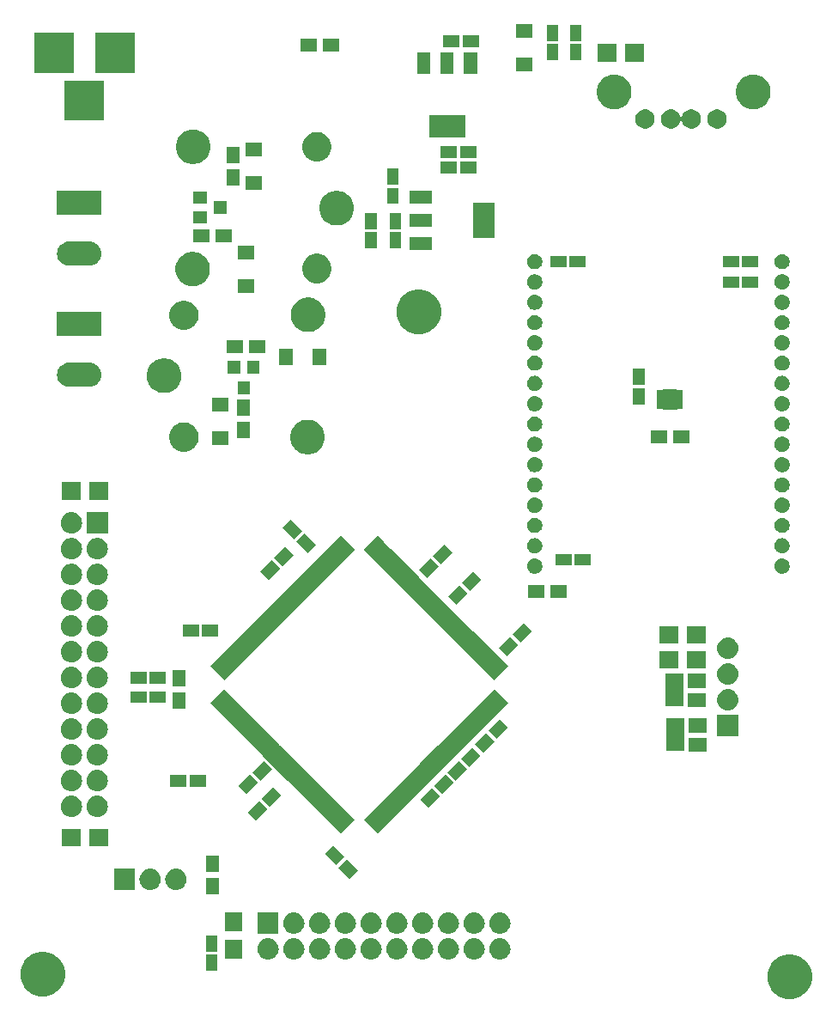
<source format=gbr>
G04 #@! TF.GenerationSoftware,KiCad,Pcbnew,5.0.0-fee4fd1~66~ubuntu16.04.1*
G04 #@! TF.CreationDate,2018-10-21T13:34:45-05:00*
G04 #@! TF.ProjectId,design_emb,64657369676E5F656D622E6B69636164,rev?*
G04 #@! TF.SameCoordinates,Original*
G04 #@! TF.FileFunction,Soldermask,Bot*
G04 #@! TF.FilePolarity,Negative*
%FSLAX46Y46*%
G04 Gerber Fmt 4.6, Leading zero omitted, Abs format (unit mm)*
G04 Created by KiCad (PCBNEW 5.0.0-fee4fd1~66~ubuntu16.04.1) date Sun Oct 21 13:34:45 2018*
%MOMM*%
%LPD*%
G01*
G04 APERTURE LIST*
%ADD10C,0.100000*%
G04 APERTURE END LIST*
D10*
G36*
X188855716Y-138219544D02*
X189256090Y-138385384D01*
X189616421Y-138626150D01*
X189922850Y-138932579D01*
X190163616Y-139292910D01*
X190329456Y-139693284D01*
X190414000Y-140118317D01*
X190414000Y-140551683D01*
X190329456Y-140976716D01*
X190163616Y-141377090D01*
X189922850Y-141737421D01*
X189616421Y-142043850D01*
X189256090Y-142284616D01*
X188855716Y-142450456D01*
X188430683Y-142535000D01*
X187997317Y-142535000D01*
X187572284Y-142450456D01*
X187171910Y-142284616D01*
X186811579Y-142043850D01*
X186505150Y-141737421D01*
X186264384Y-141377090D01*
X186098544Y-140976716D01*
X186014000Y-140551683D01*
X186014000Y-140118317D01*
X186098544Y-139693284D01*
X186264384Y-139292910D01*
X186505150Y-138932579D01*
X186811579Y-138626150D01*
X187171910Y-138385384D01*
X187572284Y-138219544D01*
X187997317Y-138135000D01*
X188430683Y-138135000D01*
X188855716Y-138219544D01*
X188855716Y-138219544D01*
G37*
G36*
X115195716Y-137965544D02*
X115596090Y-138131384D01*
X115956421Y-138372150D01*
X116262850Y-138678579D01*
X116503616Y-139038910D01*
X116669456Y-139439284D01*
X116754000Y-139864317D01*
X116754000Y-140297683D01*
X116669456Y-140722716D01*
X116503616Y-141123090D01*
X116262850Y-141483421D01*
X115956421Y-141789850D01*
X115596090Y-142030616D01*
X115195716Y-142196456D01*
X114770683Y-142281000D01*
X114337317Y-142281000D01*
X113912284Y-142196456D01*
X113511910Y-142030616D01*
X113151579Y-141789850D01*
X112845150Y-141483421D01*
X112604384Y-141123090D01*
X112438544Y-140722716D01*
X112354000Y-140297683D01*
X112354000Y-139864317D01*
X112438544Y-139439284D01*
X112604384Y-139038910D01*
X112845150Y-138678579D01*
X113151579Y-138372150D01*
X113511910Y-138131384D01*
X113912284Y-137965544D01*
X114337317Y-137881000D01*
X114770683Y-137881000D01*
X115195716Y-137965544D01*
X115195716Y-137965544D01*
G37*
G36*
X131791400Y-139748200D02*
X130641400Y-139748200D01*
X130641400Y-138148200D01*
X131791400Y-138148200D01*
X131791400Y-139748200D01*
X131791400Y-139748200D01*
G37*
G36*
X141977764Y-136540118D02*
X142054893Y-136547715D01*
X142186844Y-136587742D01*
X142252820Y-136607755D01*
X142435229Y-136705255D01*
X142595111Y-136836468D01*
X142726324Y-136996350D01*
X142823824Y-137178759D01*
X142823824Y-137178760D01*
X142883864Y-137376686D01*
X142904137Y-137582522D01*
X142883864Y-137788358D01*
X142865711Y-137848200D01*
X142823824Y-137986285D01*
X142726324Y-138168694D01*
X142595111Y-138328576D01*
X142435229Y-138459789D01*
X142252820Y-138557289D01*
X142207620Y-138571000D01*
X142054893Y-138617329D01*
X141977764Y-138624926D01*
X141900637Y-138632522D01*
X141797477Y-138632522D01*
X141720350Y-138624926D01*
X141643221Y-138617329D01*
X141490494Y-138571000D01*
X141445294Y-138557289D01*
X141262885Y-138459789D01*
X141103003Y-138328576D01*
X140971790Y-138168694D01*
X140874290Y-137986285D01*
X140832403Y-137848200D01*
X140814250Y-137788358D01*
X140793977Y-137582522D01*
X140814250Y-137376686D01*
X140874290Y-137178760D01*
X140874290Y-137178759D01*
X140971790Y-136996350D01*
X141103003Y-136836468D01*
X141262885Y-136705255D01*
X141445294Y-136607755D01*
X141511270Y-136587742D01*
X141643221Y-136547715D01*
X141720350Y-136540118D01*
X141797477Y-136532522D01*
X141900637Y-136532522D01*
X141977764Y-136540118D01*
X141977764Y-136540118D01*
G37*
G36*
X159757764Y-136540118D02*
X159834893Y-136547715D01*
X159966844Y-136587742D01*
X160032820Y-136607755D01*
X160215229Y-136705255D01*
X160375111Y-136836468D01*
X160506324Y-136996350D01*
X160603824Y-137178759D01*
X160603824Y-137178760D01*
X160663864Y-137376686D01*
X160684137Y-137582522D01*
X160663864Y-137788358D01*
X160645711Y-137848200D01*
X160603824Y-137986285D01*
X160506324Y-138168694D01*
X160375111Y-138328576D01*
X160215229Y-138459789D01*
X160032820Y-138557289D01*
X159987620Y-138571000D01*
X159834893Y-138617329D01*
X159757764Y-138624926D01*
X159680637Y-138632522D01*
X159577477Y-138632522D01*
X159500350Y-138624926D01*
X159423221Y-138617329D01*
X159270494Y-138571000D01*
X159225294Y-138557289D01*
X159042885Y-138459789D01*
X158883003Y-138328576D01*
X158751790Y-138168694D01*
X158654290Y-137986285D01*
X158612403Y-137848200D01*
X158594250Y-137788358D01*
X158573977Y-137582522D01*
X158594250Y-137376686D01*
X158654290Y-137178760D01*
X158654290Y-137178759D01*
X158751790Y-136996350D01*
X158883003Y-136836468D01*
X159042885Y-136705255D01*
X159225294Y-136607755D01*
X159291270Y-136587742D01*
X159423221Y-136547715D01*
X159500350Y-136540118D01*
X159577477Y-136532522D01*
X159680637Y-136532522D01*
X159757764Y-136540118D01*
X159757764Y-136540118D01*
G37*
G36*
X154677764Y-136540118D02*
X154754893Y-136547715D01*
X154886844Y-136587742D01*
X154952820Y-136607755D01*
X155135229Y-136705255D01*
X155295111Y-136836468D01*
X155426324Y-136996350D01*
X155523824Y-137178759D01*
X155523824Y-137178760D01*
X155583864Y-137376686D01*
X155604137Y-137582522D01*
X155583864Y-137788358D01*
X155565711Y-137848200D01*
X155523824Y-137986285D01*
X155426324Y-138168694D01*
X155295111Y-138328576D01*
X155135229Y-138459789D01*
X154952820Y-138557289D01*
X154907620Y-138571000D01*
X154754893Y-138617329D01*
X154677764Y-138624926D01*
X154600637Y-138632522D01*
X154497477Y-138632522D01*
X154420350Y-138624926D01*
X154343221Y-138617329D01*
X154190494Y-138571000D01*
X154145294Y-138557289D01*
X153962885Y-138459789D01*
X153803003Y-138328576D01*
X153671790Y-138168694D01*
X153574290Y-137986285D01*
X153532403Y-137848200D01*
X153514250Y-137788358D01*
X153493977Y-137582522D01*
X153514250Y-137376686D01*
X153574290Y-137178760D01*
X153574290Y-137178759D01*
X153671790Y-136996350D01*
X153803003Y-136836468D01*
X153962885Y-136705255D01*
X154145294Y-136607755D01*
X154211270Y-136587742D01*
X154343221Y-136547715D01*
X154420350Y-136540118D01*
X154497477Y-136532522D01*
X154600637Y-136532522D01*
X154677764Y-136540118D01*
X154677764Y-136540118D01*
G37*
G36*
X152137764Y-136540118D02*
X152214893Y-136547715D01*
X152346844Y-136587742D01*
X152412820Y-136607755D01*
X152595229Y-136705255D01*
X152755111Y-136836468D01*
X152886324Y-136996350D01*
X152983824Y-137178759D01*
X152983824Y-137178760D01*
X153043864Y-137376686D01*
X153064137Y-137582522D01*
X153043864Y-137788358D01*
X153025711Y-137848200D01*
X152983824Y-137986285D01*
X152886324Y-138168694D01*
X152755111Y-138328576D01*
X152595229Y-138459789D01*
X152412820Y-138557289D01*
X152367620Y-138571000D01*
X152214893Y-138617329D01*
X152137764Y-138624926D01*
X152060637Y-138632522D01*
X151957477Y-138632522D01*
X151880350Y-138624926D01*
X151803221Y-138617329D01*
X151650494Y-138571000D01*
X151605294Y-138557289D01*
X151422885Y-138459789D01*
X151263003Y-138328576D01*
X151131790Y-138168694D01*
X151034290Y-137986285D01*
X150992403Y-137848200D01*
X150974250Y-137788358D01*
X150953977Y-137582522D01*
X150974250Y-137376686D01*
X151034290Y-137178760D01*
X151034290Y-137178759D01*
X151131790Y-136996350D01*
X151263003Y-136836468D01*
X151422885Y-136705255D01*
X151605294Y-136607755D01*
X151671270Y-136587742D01*
X151803221Y-136547715D01*
X151880350Y-136540118D01*
X151957477Y-136532522D01*
X152060637Y-136532522D01*
X152137764Y-136540118D01*
X152137764Y-136540118D01*
G37*
G36*
X149597764Y-136540118D02*
X149674893Y-136547715D01*
X149806844Y-136587742D01*
X149872820Y-136607755D01*
X150055229Y-136705255D01*
X150215111Y-136836468D01*
X150346324Y-136996350D01*
X150443824Y-137178759D01*
X150443824Y-137178760D01*
X150503864Y-137376686D01*
X150524137Y-137582522D01*
X150503864Y-137788358D01*
X150485711Y-137848200D01*
X150443824Y-137986285D01*
X150346324Y-138168694D01*
X150215111Y-138328576D01*
X150055229Y-138459789D01*
X149872820Y-138557289D01*
X149827620Y-138571000D01*
X149674893Y-138617329D01*
X149597764Y-138624926D01*
X149520637Y-138632522D01*
X149417477Y-138632522D01*
X149340350Y-138624926D01*
X149263221Y-138617329D01*
X149110494Y-138571000D01*
X149065294Y-138557289D01*
X148882885Y-138459789D01*
X148723003Y-138328576D01*
X148591790Y-138168694D01*
X148494290Y-137986285D01*
X148452403Y-137848200D01*
X148434250Y-137788358D01*
X148413977Y-137582522D01*
X148434250Y-137376686D01*
X148494290Y-137178760D01*
X148494290Y-137178759D01*
X148591790Y-136996350D01*
X148723003Y-136836468D01*
X148882885Y-136705255D01*
X149065294Y-136607755D01*
X149131270Y-136587742D01*
X149263221Y-136547715D01*
X149340350Y-136540118D01*
X149417477Y-136532522D01*
X149520637Y-136532522D01*
X149597764Y-136540118D01*
X149597764Y-136540118D01*
G37*
G36*
X144517764Y-136540118D02*
X144594893Y-136547715D01*
X144726844Y-136587742D01*
X144792820Y-136607755D01*
X144975229Y-136705255D01*
X145135111Y-136836468D01*
X145266324Y-136996350D01*
X145363824Y-137178759D01*
X145363824Y-137178760D01*
X145423864Y-137376686D01*
X145444137Y-137582522D01*
X145423864Y-137788358D01*
X145405711Y-137848200D01*
X145363824Y-137986285D01*
X145266324Y-138168694D01*
X145135111Y-138328576D01*
X144975229Y-138459789D01*
X144792820Y-138557289D01*
X144747620Y-138571000D01*
X144594893Y-138617329D01*
X144517764Y-138624926D01*
X144440637Y-138632522D01*
X144337477Y-138632522D01*
X144260350Y-138624926D01*
X144183221Y-138617329D01*
X144030494Y-138571000D01*
X143985294Y-138557289D01*
X143802885Y-138459789D01*
X143643003Y-138328576D01*
X143511790Y-138168694D01*
X143414290Y-137986285D01*
X143372403Y-137848200D01*
X143354250Y-137788358D01*
X143333977Y-137582522D01*
X143354250Y-137376686D01*
X143414290Y-137178760D01*
X143414290Y-137178759D01*
X143511790Y-136996350D01*
X143643003Y-136836468D01*
X143802885Y-136705255D01*
X143985294Y-136607755D01*
X144051270Y-136587742D01*
X144183221Y-136547715D01*
X144260350Y-136540118D01*
X144337477Y-136532522D01*
X144440637Y-136532522D01*
X144517764Y-136540118D01*
X144517764Y-136540118D01*
G37*
G36*
X147057764Y-136540118D02*
X147134893Y-136547715D01*
X147266844Y-136587742D01*
X147332820Y-136607755D01*
X147515229Y-136705255D01*
X147675111Y-136836468D01*
X147806324Y-136996350D01*
X147903824Y-137178759D01*
X147903824Y-137178760D01*
X147963864Y-137376686D01*
X147984137Y-137582522D01*
X147963864Y-137788358D01*
X147945711Y-137848200D01*
X147903824Y-137986285D01*
X147806324Y-138168694D01*
X147675111Y-138328576D01*
X147515229Y-138459789D01*
X147332820Y-138557289D01*
X147287620Y-138571000D01*
X147134893Y-138617329D01*
X147057764Y-138624926D01*
X146980637Y-138632522D01*
X146877477Y-138632522D01*
X146800350Y-138624926D01*
X146723221Y-138617329D01*
X146570494Y-138571000D01*
X146525294Y-138557289D01*
X146342885Y-138459789D01*
X146183003Y-138328576D01*
X146051790Y-138168694D01*
X145954290Y-137986285D01*
X145912403Y-137848200D01*
X145894250Y-137788358D01*
X145873977Y-137582522D01*
X145894250Y-137376686D01*
X145954290Y-137178760D01*
X145954290Y-137178759D01*
X146051790Y-136996350D01*
X146183003Y-136836468D01*
X146342885Y-136705255D01*
X146525294Y-136607755D01*
X146591270Y-136587742D01*
X146723221Y-136547715D01*
X146800350Y-136540118D01*
X146877477Y-136532522D01*
X146980637Y-136532522D01*
X147057764Y-136540118D01*
X147057764Y-136540118D01*
G37*
G36*
X157217764Y-136540118D02*
X157294893Y-136547715D01*
X157426844Y-136587742D01*
X157492820Y-136607755D01*
X157675229Y-136705255D01*
X157835111Y-136836468D01*
X157966324Y-136996350D01*
X158063824Y-137178759D01*
X158063824Y-137178760D01*
X158123864Y-137376686D01*
X158144137Y-137582522D01*
X158123864Y-137788358D01*
X158105711Y-137848200D01*
X158063824Y-137986285D01*
X157966324Y-138168694D01*
X157835111Y-138328576D01*
X157675229Y-138459789D01*
X157492820Y-138557289D01*
X157447620Y-138571000D01*
X157294893Y-138617329D01*
X157217764Y-138624926D01*
X157140637Y-138632522D01*
X157037477Y-138632522D01*
X156960350Y-138624926D01*
X156883221Y-138617329D01*
X156730494Y-138571000D01*
X156685294Y-138557289D01*
X156502885Y-138459789D01*
X156343003Y-138328576D01*
X156211790Y-138168694D01*
X156114290Y-137986285D01*
X156072403Y-137848200D01*
X156054250Y-137788358D01*
X156033977Y-137582522D01*
X156054250Y-137376686D01*
X156114290Y-137178760D01*
X156114290Y-137178759D01*
X156211790Y-136996350D01*
X156343003Y-136836468D01*
X156502885Y-136705255D01*
X156685294Y-136607755D01*
X156751270Y-136587742D01*
X156883221Y-136547715D01*
X156960350Y-136540118D01*
X157037477Y-136532522D01*
X157140637Y-136532522D01*
X157217764Y-136540118D01*
X157217764Y-136540118D01*
G37*
G36*
X136897764Y-136540118D02*
X136974893Y-136547715D01*
X137106844Y-136587742D01*
X137172820Y-136607755D01*
X137355229Y-136705255D01*
X137515111Y-136836468D01*
X137646324Y-136996350D01*
X137743824Y-137178759D01*
X137743824Y-137178760D01*
X137803864Y-137376686D01*
X137824137Y-137582522D01*
X137803864Y-137788358D01*
X137785711Y-137848200D01*
X137743824Y-137986285D01*
X137646324Y-138168694D01*
X137515111Y-138328576D01*
X137355229Y-138459789D01*
X137172820Y-138557289D01*
X137127620Y-138571000D01*
X136974893Y-138617329D01*
X136897764Y-138624926D01*
X136820637Y-138632522D01*
X136717477Y-138632522D01*
X136640350Y-138624926D01*
X136563221Y-138617329D01*
X136410494Y-138571000D01*
X136365294Y-138557289D01*
X136182885Y-138459789D01*
X136023003Y-138328576D01*
X135891790Y-138168694D01*
X135794290Y-137986285D01*
X135752403Y-137848200D01*
X135734250Y-137788358D01*
X135713977Y-137582522D01*
X135734250Y-137376686D01*
X135794290Y-137178760D01*
X135794290Y-137178759D01*
X135891790Y-136996350D01*
X136023003Y-136836468D01*
X136182885Y-136705255D01*
X136365294Y-136607755D01*
X136431270Y-136587742D01*
X136563221Y-136547715D01*
X136640350Y-136540118D01*
X136717477Y-136532522D01*
X136820637Y-136532522D01*
X136897764Y-136540118D01*
X136897764Y-136540118D01*
G37*
G36*
X139437764Y-136540118D02*
X139514893Y-136547715D01*
X139646844Y-136587742D01*
X139712820Y-136607755D01*
X139895229Y-136705255D01*
X140055111Y-136836468D01*
X140186324Y-136996350D01*
X140283824Y-137178759D01*
X140283824Y-137178760D01*
X140343864Y-137376686D01*
X140364137Y-137582522D01*
X140343864Y-137788358D01*
X140325711Y-137848200D01*
X140283824Y-137986285D01*
X140186324Y-138168694D01*
X140055111Y-138328576D01*
X139895229Y-138459789D01*
X139712820Y-138557289D01*
X139667620Y-138571000D01*
X139514893Y-138617329D01*
X139437764Y-138624926D01*
X139360637Y-138632522D01*
X139257477Y-138632522D01*
X139180350Y-138624926D01*
X139103221Y-138617329D01*
X138950494Y-138571000D01*
X138905294Y-138557289D01*
X138722885Y-138459789D01*
X138563003Y-138328576D01*
X138431790Y-138168694D01*
X138334290Y-137986285D01*
X138292403Y-137848200D01*
X138274250Y-137788358D01*
X138253977Y-137582522D01*
X138274250Y-137376686D01*
X138334290Y-137178760D01*
X138334290Y-137178759D01*
X138431790Y-136996350D01*
X138563003Y-136836468D01*
X138722885Y-136705255D01*
X138905294Y-136607755D01*
X138971270Y-136587742D01*
X139103221Y-136547715D01*
X139180350Y-136540118D01*
X139257477Y-136532522D01*
X139360637Y-136532522D01*
X139437764Y-136540118D01*
X139437764Y-136540118D01*
G37*
G36*
X134200000Y-138571000D02*
X132500000Y-138571000D01*
X132500000Y-136671000D01*
X134200000Y-136671000D01*
X134200000Y-138571000D01*
X134200000Y-138571000D01*
G37*
G36*
X131791400Y-137848200D02*
X130641400Y-137848200D01*
X130641400Y-136248200D01*
X131791400Y-136248200D01*
X131791400Y-137848200D01*
X131791400Y-137848200D01*
G37*
G36*
X152137764Y-134000118D02*
X152214893Y-134007715D01*
X152346844Y-134047742D01*
X152412820Y-134067755D01*
X152595229Y-134165255D01*
X152755111Y-134296468D01*
X152886324Y-134456350D01*
X152983824Y-134638759D01*
X152983824Y-134638760D01*
X153043864Y-134836686D01*
X153064137Y-135042522D01*
X153043864Y-135248358D01*
X153003837Y-135380309D01*
X152983824Y-135446285D01*
X152886324Y-135628694D01*
X152755111Y-135788576D01*
X152595229Y-135919789D01*
X152412820Y-136017289D01*
X152346844Y-136037302D01*
X152214893Y-136077329D01*
X152137764Y-136084925D01*
X152060637Y-136092522D01*
X151957477Y-136092522D01*
X151880350Y-136084925D01*
X151803221Y-136077329D01*
X151671270Y-136037302D01*
X151605294Y-136017289D01*
X151422885Y-135919789D01*
X151263003Y-135788576D01*
X151131790Y-135628694D01*
X151034290Y-135446285D01*
X151014277Y-135380309D01*
X150974250Y-135248358D01*
X150953977Y-135042522D01*
X150974250Y-134836686D01*
X151034290Y-134638760D01*
X151034290Y-134638759D01*
X151131790Y-134456350D01*
X151263003Y-134296468D01*
X151422885Y-134165255D01*
X151605294Y-134067755D01*
X151671270Y-134047742D01*
X151803221Y-134007715D01*
X151880350Y-134000118D01*
X151957477Y-133992522D01*
X152060637Y-133992522D01*
X152137764Y-134000118D01*
X152137764Y-134000118D01*
G37*
G36*
X159757764Y-134000118D02*
X159834893Y-134007715D01*
X159966844Y-134047742D01*
X160032820Y-134067755D01*
X160215229Y-134165255D01*
X160375111Y-134296468D01*
X160506324Y-134456350D01*
X160603824Y-134638759D01*
X160603824Y-134638760D01*
X160663864Y-134836686D01*
X160684137Y-135042522D01*
X160663864Y-135248358D01*
X160623837Y-135380309D01*
X160603824Y-135446285D01*
X160506324Y-135628694D01*
X160375111Y-135788576D01*
X160215229Y-135919789D01*
X160032820Y-136017289D01*
X159966844Y-136037302D01*
X159834893Y-136077329D01*
X159757764Y-136084925D01*
X159680637Y-136092522D01*
X159577477Y-136092522D01*
X159500350Y-136084925D01*
X159423221Y-136077329D01*
X159291270Y-136037302D01*
X159225294Y-136017289D01*
X159042885Y-135919789D01*
X158883003Y-135788576D01*
X158751790Y-135628694D01*
X158654290Y-135446285D01*
X158634277Y-135380309D01*
X158594250Y-135248358D01*
X158573977Y-135042522D01*
X158594250Y-134836686D01*
X158654290Y-134638760D01*
X158654290Y-134638759D01*
X158751790Y-134456350D01*
X158883003Y-134296468D01*
X159042885Y-134165255D01*
X159225294Y-134067755D01*
X159291270Y-134047742D01*
X159423221Y-134007715D01*
X159500350Y-134000118D01*
X159577477Y-133992522D01*
X159680637Y-133992522D01*
X159757764Y-134000118D01*
X159757764Y-134000118D01*
G37*
G36*
X157217764Y-134000118D02*
X157294893Y-134007715D01*
X157426844Y-134047742D01*
X157492820Y-134067755D01*
X157675229Y-134165255D01*
X157835111Y-134296468D01*
X157966324Y-134456350D01*
X158063824Y-134638759D01*
X158063824Y-134638760D01*
X158123864Y-134836686D01*
X158144137Y-135042522D01*
X158123864Y-135248358D01*
X158083837Y-135380309D01*
X158063824Y-135446285D01*
X157966324Y-135628694D01*
X157835111Y-135788576D01*
X157675229Y-135919789D01*
X157492820Y-136017289D01*
X157426844Y-136037302D01*
X157294893Y-136077329D01*
X157217764Y-136084925D01*
X157140637Y-136092522D01*
X157037477Y-136092522D01*
X156960350Y-136084925D01*
X156883221Y-136077329D01*
X156751270Y-136037302D01*
X156685294Y-136017289D01*
X156502885Y-135919789D01*
X156343003Y-135788576D01*
X156211790Y-135628694D01*
X156114290Y-135446285D01*
X156094277Y-135380309D01*
X156054250Y-135248358D01*
X156033977Y-135042522D01*
X156054250Y-134836686D01*
X156114290Y-134638760D01*
X156114290Y-134638759D01*
X156211790Y-134456350D01*
X156343003Y-134296468D01*
X156502885Y-134165255D01*
X156685294Y-134067755D01*
X156751270Y-134047742D01*
X156883221Y-134007715D01*
X156960350Y-134000118D01*
X157037477Y-133992522D01*
X157140637Y-133992522D01*
X157217764Y-134000118D01*
X157217764Y-134000118D01*
G37*
G36*
X154677764Y-134000118D02*
X154754893Y-134007715D01*
X154886844Y-134047742D01*
X154952820Y-134067755D01*
X155135229Y-134165255D01*
X155295111Y-134296468D01*
X155426324Y-134456350D01*
X155523824Y-134638759D01*
X155523824Y-134638760D01*
X155583864Y-134836686D01*
X155604137Y-135042522D01*
X155583864Y-135248358D01*
X155543837Y-135380309D01*
X155523824Y-135446285D01*
X155426324Y-135628694D01*
X155295111Y-135788576D01*
X155135229Y-135919789D01*
X154952820Y-136017289D01*
X154886844Y-136037302D01*
X154754893Y-136077329D01*
X154677764Y-136084925D01*
X154600637Y-136092522D01*
X154497477Y-136092522D01*
X154420350Y-136084925D01*
X154343221Y-136077329D01*
X154211270Y-136037302D01*
X154145294Y-136017289D01*
X153962885Y-135919789D01*
X153803003Y-135788576D01*
X153671790Y-135628694D01*
X153574290Y-135446285D01*
X153554277Y-135380309D01*
X153514250Y-135248358D01*
X153493977Y-135042522D01*
X153514250Y-134836686D01*
X153574290Y-134638760D01*
X153574290Y-134638759D01*
X153671790Y-134456350D01*
X153803003Y-134296468D01*
X153962885Y-134165255D01*
X154145294Y-134067755D01*
X154211270Y-134047742D01*
X154343221Y-134007715D01*
X154420350Y-134000118D01*
X154497477Y-133992522D01*
X154600637Y-133992522D01*
X154677764Y-134000118D01*
X154677764Y-134000118D01*
G37*
G36*
X141977764Y-134000118D02*
X142054893Y-134007715D01*
X142186844Y-134047742D01*
X142252820Y-134067755D01*
X142435229Y-134165255D01*
X142595111Y-134296468D01*
X142726324Y-134456350D01*
X142823824Y-134638759D01*
X142823824Y-134638760D01*
X142883864Y-134836686D01*
X142904137Y-135042522D01*
X142883864Y-135248358D01*
X142843837Y-135380309D01*
X142823824Y-135446285D01*
X142726324Y-135628694D01*
X142595111Y-135788576D01*
X142435229Y-135919789D01*
X142252820Y-136017289D01*
X142186844Y-136037302D01*
X142054893Y-136077329D01*
X141977764Y-136084925D01*
X141900637Y-136092522D01*
X141797477Y-136092522D01*
X141720350Y-136084925D01*
X141643221Y-136077329D01*
X141511270Y-136037302D01*
X141445294Y-136017289D01*
X141262885Y-135919789D01*
X141103003Y-135788576D01*
X140971790Y-135628694D01*
X140874290Y-135446285D01*
X140854277Y-135380309D01*
X140814250Y-135248358D01*
X140793977Y-135042522D01*
X140814250Y-134836686D01*
X140874290Y-134638760D01*
X140874290Y-134638759D01*
X140971790Y-134456350D01*
X141103003Y-134296468D01*
X141262885Y-134165255D01*
X141445294Y-134067755D01*
X141511270Y-134047742D01*
X141643221Y-134007715D01*
X141720350Y-134000118D01*
X141797477Y-133992522D01*
X141900637Y-133992522D01*
X141977764Y-134000118D01*
X141977764Y-134000118D01*
G37*
G36*
X139437764Y-134000118D02*
X139514893Y-134007715D01*
X139646844Y-134047742D01*
X139712820Y-134067755D01*
X139895229Y-134165255D01*
X140055111Y-134296468D01*
X140186324Y-134456350D01*
X140283824Y-134638759D01*
X140283824Y-134638760D01*
X140343864Y-134836686D01*
X140364137Y-135042522D01*
X140343864Y-135248358D01*
X140303837Y-135380309D01*
X140283824Y-135446285D01*
X140186324Y-135628694D01*
X140055111Y-135788576D01*
X139895229Y-135919789D01*
X139712820Y-136017289D01*
X139646844Y-136037302D01*
X139514893Y-136077329D01*
X139437764Y-136084925D01*
X139360637Y-136092522D01*
X139257477Y-136092522D01*
X139180350Y-136084925D01*
X139103221Y-136077329D01*
X138971270Y-136037302D01*
X138905294Y-136017289D01*
X138722885Y-135919789D01*
X138563003Y-135788576D01*
X138431790Y-135628694D01*
X138334290Y-135446285D01*
X138314277Y-135380309D01*
X138274250Y-135248358D01*
X138253977Y-135042522D01*
X138274250Y-134836686D01*
X138334290Y-134638760D01*
X138334290Y-134638759D01*
X138431790Y-134456350D01*
X138563003Y-134296468D01*
X138722885Y-134165255D01*
X138905294Y-134067755D01*
X138971270Y-134047742D01*
X139103221Y-134007715D01*
X139180350Y-134000118D01*
X139257477Y-133992522D01*
X139360637Y-133992522D01*
X139437764Y-134000118D01*
X139437764Y-134000118D01*
G37*
G36*
X137819057Y-136092522D02*
X135719057Y-136092522D01*
X135719057Y-133992522D01*
X137819057Y-133992522D01*
X137819057Y-136092522D01*
X137819057Y-136092522D01*
G37*
G36*
X149597764Y-134000118D02*
X149674893Y-134007715D01*
X149806844Y-134047742D01*
X149872820Y-134067755D01*
X150055229Y-134165255D01*
X150215111Y-134296468D01*
X150346324Y-134456350D01*
X150443824Y-134638759D01*
X150443824Y-134638760D01*
X150503864Y-134836686D01*
X150524137Y-135042522D01*
X150503864Y-135248358D01*
X150463837Y-135380309D01*
X150443824Y-135446285D01*
X150346324Y-135628694D01*
X150215111Y-135788576D01*
X150055229Y-135919789D01*
X149872820Y-136017289D01*
X149806844Y-136037302D01*
X149674893Y-136077329D01*
X149597764Y-136084925D01*
X149520637Y-136092522D01*
X149417477Y-136092522D01*
X149340350Y-136084925D01*
X149263221Y-136077329D01*
X149131270Y-136037302D01*
X149065294Y-136017289D01*
X148882885Y-135919789D01*
X148723003Y-135788576D01*
X148591790Y-135628694D01*
X148494290Y-135446285D01*
X148474277Y-135380309D01*
X148434250Y-135248358D01*
X148413977Y-135042522D01*
X148434250Y-134836686D01*
X148494290Y-134638760D01*
X148494290Y-134638759D01*
X148591790Y-134456350D01*
X148723003Y-134296468D01*
X148882885Y-134165255D01*
X149065294Y-134067755D01*
X149131270Y-134047742D01*
X149263221Y-134007715D01*
X149340350Y-134000118D01*
X149417477Y-133992522D01*
X149520637Y-133992522D01*
X149597764Y-134000118D01*
X149597764Y-134000118D01*
G37*
G36*
X144517764Y-134000118D02*
X144594893Y-134007715D01*
X144726844Y-134047742D01*
X144792820Y-134067755D01*
X144975229Y-134165255D01*
X145135111Y-134296468D01*
X145266324Y-134456350D01*
X145363824Y-134638759D01*
X145363824Y-134638760D01*
X145423864Y-134836686D01*
X145444137Y-135042522D01*
X145423864Y-135248358D01*
X145383837Y-135380309D01*
X145363824Y-135446285D01*
X145266324Y-135628694D01*
X145135111Y-135788576D01*
X144975229Y-135919789D01*
X144792820Y-136017289D01*
X144726844Y-136037302D01*
X144594893Y-136077329D01*
X144517764Y-136084925D01*
X144440637Y-136092522D01*
X144337477Y-136092522D01*
X144260350Y-136084925D01*
X144183221Y-136077329D01*
X144051270Y-136037302D01*
X143985294Y-136017289D01*
X143802885Y-135919789D01*
X143643003Y-135788576D01*
X143511790Y-135628694D01*
X143414290Y-135446285D01*
X143394277Y-135380309D01*
X143354250Y-135248358D01*
X143333977Y-135042522D01*
X143354250Y-134836686D01*
X143414290Y-134638760D01*
X143414290Y-134638759D01*
X143511790Y-134456350D01*
X143643003Y-134296468D01*
X143802885Y-134165255D01*
X143985294Y-134067755D01*
X144051270Y-134047742D01*
X144183221Y-134007715D01*
X144260350Y-134000118D01*
X144337477Y-133992522D01*
X144440637Y-133992522D01*
X144517764Y-134000118D01*
X144517764Y-134000118D01*
G37*
G36*
X147057764Y-134000118D02*
X147134893Y-134007715D01*
X147266844Y-134047742D01*
X147332820Y-134067755D01*
X147515229Y-134165255D01*
X147675111Y-134296468D01*
X147806324Y-134456350D01*
X147903824Y-134638759D01*
X147903824Y-134638760D01*
X147963864Y-134836686D01*
X147984137Y-135042522D01*
X147963864Y-135248358D01*
X147923837Y-135380309D01*
X147903824Y-135446285D01*
X147806324Y-135628694D01*
X147675111Y-135788576D01*
X147515229Y-135919789D01*
X147332820Y-136017289D01*
X147266844Y-136037302D01*
X147134893Y-136077329D01*
X147057764Y-136084925D01*
X146980637Y-136092522D01*
X146877477Y-136092522D01*
X146800350Y-136084925D01*
X146723221Y-136077329D01*
X146591270Y-136037302D01*
X146525294Y-136017289D01*
X146342885Y-135919789D01*
X146183003Y-135788576D01*
X146051790Y-135628694D01*
X145954290Y-135446285D01*
X145934277Y-135380309D01*
X145894250Y-135248358D01*
X145873977Y-135042522D01*
X145894250Y-134836686D01*
X145954290Y-134638760D01*
X145954290Y-134638759D01*
X146051790Y-134456350D01*
X146183003Y-134296468D01*
X146342885Y-134165255D01*
X146525294Y-134067755D01*
X146591270Y-134047742D01*
X146723221Y-134007715D01*
X146800350Y-134000118D01*
X146877477Y-133992522D01*
X146980637Y-133992522D01*
X147057764Y-134000118D01*
X147057764Y-134000118D01*
G37*
G36*
X134200000Y-135871000D02*
X132500000Y-135871000D01*
X132500000Y-133971000D01*
X134200000Y-133971000D01*
X134200000Y-135871000D01*
X134200000Y-135871000D01*
G37*
G36*
X131955300Y-132227400D02*
X130655300Y-132227400D01*
X130655300Y-130627400D01*
X131955300Y-130627400D01*
X131955300Y-132227400D01*
X131955300Y-132227400D01*
G37*
G36*
X123668500Y-131783800D02*
X121568500Y-131783800D01*
X121568500Y-129683800D01*
X123668500Y-129683800D01*
X123668500Y-131783800D01*
X123668500Y-131783800D01*
G37*
G36*
X127827207Y-129691397D02*
X127904336Y-129698993D01*
X128036287Y-129739020D01*
X128102263Y-129759033D01*
X128284672Y-129856533D01*
X128444554Y-129987746D01*
X128575767Y-130147628D01*
X128673267Y-130330037D01*
X128673267Y-130330038D01*
X128733307Y-130527964D01*
X128753580Y-130733800D01*
X128733307Y-130939636D01*
X128693280Y-131071587D01*
X128673267Y-131137563D01*
X128575767Y-131319972D01*
X128444554Y-131479854D01*
X128284672Y-131611067D01*
X128102263Y-131708567D01*
X128036287Y-131728580D01*
X127904336Y-131768607D01*
X127827207Y-131776203D01*
X127750080Y-131783800D01*
X127646920Y-131783800D01*
X127569793Y-131776203D01*
X127492664Y-131768607D01*
X127360713Y-131728580D01*
X127294737Y-131708567D01*
X127112328Y-131611067D01*
X126952446Y-131479854D01*
X126821233Y-131319972D01*
X126723733Y-131137563D01*
X126703720Y-131071587D01*
X126663693Y-130939636D01*
X126643420Y-130733800D01*
X126663693Y-130527964D01*
X126723733Y-130330038D01*
X126723733Y-130330037D01*
X126821233Y-130147628D01*
X126952446Y-129987746D01*
X127112328Y-129856533D01*
X127294737Y-129759033D01*
X127360713Y-129739020D01*
X127492664Y-129698993D01*
X127569793Y-129691397D01*
X127646920Y-129683800D01*
X127750080Y-129683800D01*
X127827207Y-129691397D01*
X127827207Y-129691397D01*
G37*
G36*
X125287207Y-129691397D02*
X125364336Y-129698993D01*
X125496287Y-129739020D01*
X125562263Y-129759033D01*
X125744672Y-129856533D01*
X125904554Y-129987746D01*
X126035767Y-130147628D01*
X126133267Y-130330037D01*
X126133267Y-130330038D01*
X126193307Y-130527964D01*
X126213580Y-130733800D01*
X126193307Y-130939636D01*
X126153280Y-131071587D01*
X126133267Y-131137563D01*
X126035767Y-131319972D01*
X125904554Y-131479854D01*
X125744672Y-131611067D01*
X125562263Y-131708567D01*
X125496287Y-131728580D01*
X125364336Y-131768607D01*
X125287207Y-131776203D01*
X125210080Y-131783800D01*
X125106920Y-131783800D01*
X125029793Y-131776203D01*
X124952664Y-131768607D01*
X124820713Y-131728580D01*
X124754737Y-131708567D01*
X124572328Y-131611067D01*
X124412446Y-131479854D01*
X124281233Y-131319972D01*
X124183733Y-131137563D01*
X124163720Y-131071587D01*
X124123693Y-130939636D01*
X124103420Y-130733800D01*
X124123693Y-130527964D01*
X124183733Y-130330038D01*
X124183733Y-130330037D01*
X124281233Y-130147628D01*
X124412446Y-129987746D01*
X124572328Y-129856533D01*
X124754737Y-129759033D01*
X124820713Y-129739020D01*
X124952664Y-129698993D01*
X125029793Y-129691397D01*
X125106920Y-129683800D01*
X125210080Y-129683800D01*
X125287207Y-129691397D01*
X125287207Y-129691397D01*
G37*
G36*
X145662024Y-129862850D02*
X144848850Y-130676024D01*
X143717478Y-129544652D01*
X144530652Y-128731478D01*
X145662024Y-129862850D01*
X145662024Y-129862850D01*
G37*
G36*
X131955300Y-130027400D02*
X130655300Y-130027400D01*
X130655300Y-128427400D01*
X131955300Y-128427400D01*
X131955300Y-130027400D01*
X131955300Y-130027400D01*
G37*
G36*
X144318522Y-128519348D02*
X143505348Y-129332522D01*
X142373976Y-128201150D01*
X143187150Y-127387976D01*
X144318522Y-128519348D01*
X144318522Y-128519348D01*
G37*
G36*
X121036100Y-127494400D02*
X119136100Y-127494400D01*
X119136100Y-125794400D01*
X121036100Y-125794400D01*
X121036100Y-127494400D01*
X121036100Y-127494400D01*
G37*
G36*
X118336100Y-127494400D02*
X116436100Y-127494400D01*
X116436100Y-125794400D01*
X118336100Y-125794400D01*
X118336100Y-127494400D01*
X118336100Y-127494400D01*
G37*
G36*
X137987738Y-117517308D02*
X137987743Y-117517314D01*
X138023099Y-117552670D01*
X138023105Y-117552675D01*
X139755505Y-119285075D01*
X139755510Y-119285081D01*
X139790866Y-119320437D01*
X139790872Y-119320442D01*
X145323976Y-124853546D01*
X143945117Y-126232405D01*
X138730205Y-121017493D01*
X138730199Y-121017488D01*
X138058459Y-120345748D01*
X138058454Y-120345742D01*
X136962438Y-119249726D01*
X136962432Y-119249721D01*
X136290692Y-118577981D01*
X136290687Y-118577975D01*
X131075774Y-113363062D01*
X132454633Y-111984203D01*
X137987738Y-117517308D01*
X137987738Y-117517308D01*
G37*
G36*
X160456061Y-113363062D02*
X157044271Y-116774852D01*
X157044269Y-116774853D01*
X157008914Y-116810209D01*
X157008915Y-116810209D01*
X156337165Y-117481959D01*
X155983611Y-117835512D01*
X155276504Y-118542619D01*
X155276502Y-118542620D01*
X155241147Y-118577976D01*
X155241148Y-118577976D01*
X154569398Y-119249726D01*
X154215844Y-119603279D01*
X153508737Y-120310386D01*
X153508735Y-120310387D01*
X153473380Y-120345743D01*
X153473381Y-120345743D01*
X152801631Y-121017493D01*
X152448077Y-121371046D01*
X148912543Y-124906580D01*
X148912541Y-124906581D01*
X148877186Y-124941937D01*
X148877187Y-124941937D01*
X148205437Y-125613687D01*
X147851883Y-125967240D01*
X147586718Y-126232405D01*
X146207859Y-124853546D01*
X147144765Y-123916640D01*
X147144776Y-123916631D01*
X147180132Y-123881275D01*
X147180141Y-123881264D01*
X151740959Y-119320446D01*
X151740970Y-119320437D01*
X151776326Y-119285081D01*
X151776335Y-119285070D01*
X153508726Y-117552679D01*
X153508737Y-117552670D01*
X153544093Y-117517314D01*
X153544102Y-117517303D01*
X155276493Y-115784912D01*
X155276504Y-115784903D01*
X155311860Y-115749547D01*
X155311869Y-115749536D01*
X159077202Y-111984203D01*
X160456061Y-113363062D01*
X160456061Y-113363062D01*
G37*
G36*
X136749322Y-123816952D02*
X135617950Y-124948324D01*
X134804776Y-124135150D01*
X135936148Y-123003778D01*
X136749322Y-123816952D01*
X136749322Y-123816952D01*
G37*
G36*
X117517564Y-122493918D02*
X117594693Y-122501515D01*
X117726644Y-122541542D01*
X117792620Y-122561555D01*
X117975029Y-122659055D01*
X118134911Y-122790268D01*
X118266124Y-122950150D01*
X118363624Y-123132559D01*
X118363624Y-123132560D01*
X118423664Y-123330486D01*
X118443937Y-123536322D01*
X118423664Y-123742158D01*
X118383637Y-123874109D01*
X118363624Y-123940085D01*
X118266124Y-124122494D01*
X118134911Y-124282376D01*
X117975029Y-124413589D01*
X117792620Y-124511089D01*
X117726644Y-124531102D01*
X117594693Y-124571129D01*
X117517564Y-124578726D01*
X117440437Y-124586322D01*
X117337277Y-124586322D01*
X117260150Y-124578726D01*
X117183021Y-124571129D01*
X117051070Y-124531102D01*
X116985094Y-124511089D01*
X116802685Y-124413589D01*
X116642803Y-124282376D01*
X116511590Y-124122494D01*
X116414090Y-123940085D01*
X116394077Y-123874109D01*
X116354050Y-123742158D01*
X116333777Y-123536322D01*
X116354050Y-123330486D01*
X116414090Y-123132560D01*
X116414090Y-123132559D01*
X116511590Y-122950150D01*
X116642803Y-122790268D01*
X116802685Y-122659055D01*
X116985094Y-122561555D01*
X117051070Y-122541542D01*
X117183021Y-122501515D01*
X117260150Y-122493918D01*
X117337277Y-122486322D01*
X117440437Y-122486322D01*
X117517564Y-122493918D01*
X117517564Y-122493918D01*
G37*
G36*
X120057564Y-122493918D02*
X120134693Y-122501515D01*
X120266644Y-122541542D01*
X120332620Y-122561555D01*
X120515029Y-122659055D01*
X120674911Y-122790268D01*
X120806124Y-122950150D01*
X120903624Y-123132559D01*
X120903624Y-123132560D01*
X120963664Y-123330486D01*
X120983937Y-123536322D01*
X120963664Y-123742158D01*
X120923637Y-123874109D01*
X120903624Y-123940085D01*
X120806124Y-124122494D01*
X120674911Y-124282376D01*
X120515029Y-124413589D01*
X120332620Y-124511089D01*
X120266644Y-124531102D01*
X120134693Y-124571129D01*
X120057564Y-124578726D01*
X119980437Y-124586322D01*
X119877277Y-124586322D01*
X119800150Y-124578726D01*
X119723021Y-124571129D01*
X119591070Y-124531102D01*
X119525094Y-124511089D01*
X119342685Y-124413589D01*
X119182803Y-124282376D01*
X119051590Y-124122494D01*
X118954090Y-123940085D01*
X118934077Y-123874109D01*
X118894050Y-123742158D01*
X118873777Y-123536322D01*
X118894050Y-123330486D01*
X118954090Y-123132560D01*
X118954090Y-123132559D01*
X119051590Y-122950150D01*
X119182803Y-122790268D01*
X119342685Y-122659055D01*
X119525094Y-122561555D01*
X119591070Y-122541542D01*
X119723021Y-122501515D01*
X119800150Y-122493918D01*
X119877277Y-122486322D01*
X119980437Y-122486322D01*
X120057564Y-122493918D01*
X120057564Y-122493918D01*
G37*
G36*
X153729222Y-122534252D02*
X152597850Y-123665624D01*
X151784676Y-122852450D01*
X152916048Y-121721078D01*
X153729222Y-122534252D01*
X153729222Y-122534252D01*
G37*
G36*
X138092824Y-122473450D02*
X136961452Y-123604822D01*
X136148278Y-122791648D01*
X137279650Y-121660276D01*
X138092824Y-122473450D01*
X138092824Y-122473450D01*
G37*
G36*
X135809522Y-121200752D02*
X134678150Y-122332124D01*
X133864976Y-121518950D01*
X134996348Y-120387578D01*
X135809522Y-121200752D01*
X135809522Y-121200752D01*
G37*
G36*
X155072724Y-121190750D02*
X153941352Y-122322122D01*
X153128178Y-121508948D01*
X154259550Y-120377576D01*
X155072724Y-121190750D01*
X155072724Y-121190750D01*
G37*
G36*
X117517564Y-119953918D02*
X117594693Y-119961515D01*
X117726644Y-120001542D01*
X117792620Y-120021555D01*
X117975029Y-120119055D01*
X118134911Y-120250268D01*
X118266124Y-120410150D01*
X118363624Y-120592559D01*
X118363624Y-120592560D01*
X118423664Y-120790486D01*
X118443937Y-120996322D01*
X118423664Y-121202158D01*
X118399245Y-121282657D01*
X118363624Y-121400085D01*
X118266124Y-121582494D01*
X118134911Y-121742376D01*
X117975029Y-121873589D01*
X117792620Y-121971089D01*
X117731056Y-121989764D01*
X117594693Y-122031129D01*
X117517564Y-122038726D01*
X117440437Y-122046322D01*
X117337277Y-122046322D01*
X117260150Y-122038726D01*
X117183021Y-122031129D01*
X117046658Y-121989764D01*
X116985094Y-121971089D01*
X116802685Y-121873589D01*
X116642803Y-121742376D01*
X116511590Y-121582494D01*
X116414090Y-121400085D01*
X116378469Y-121282657D01*
X116354050Y-121202158D01*
X116333777Y-120996322D01*
X116354050Y-120790486D01*
X116414090Y-120592560D01*
X116414090Y-120592559D01*
X116511590Y-120410150D01*
X116642803Y-120250268D01*
X116802685Y-120119055D01*
X116985094Y-120021555D01*
X117051070Y-120001542D01*
X117183021Y-119961515D01*
X117260150Y-119953918D01*
X117337277Y-119946322D01*
X117440437Y-119946322D01*
X117517564Y-119953918D01*
X117517564Y-119953918D01*
G37*
G36*
X120057564Y-119953918D02*
X120134693Y-119961515D01*
X120266644Y-120001542D01*
X120332620Y-120021555D01*
X120515029Y-120119055D01*
X120674911Y-120250268D01*
X120806124Y-120410150D01*
X120903624Y-120592559D01*
X120903624Y-120592560D01*
X120963664Y-120790486D01*
X120983937Y-120996322D01*
X120963664Y-121202158D01*
X120939245Y-121282657D01*
X120903624Y-121400085D01*
X120806124Y-121582494D01*
X120674911Y-121742376D01*
X120515029Y-121873589D01*
X120332620Y-121971089D01*
X120271056Y-121989764D01*
X120134693Y-122031129D01*
X120057564Y-122038726D01*
X119980437Y-122046322D01*
X119877277Y-122046322D01*
X119800150Y-122038726D01*
X119723021Y-122031129D01*
X119586658Y-121989764D01*
X119525094Y-121971089D01*
X119342685Y-121873589D01*
X119182803Y-121742376D01*
X119051590Y-121582494D01*
X118954090Y-121400085D01*
X118918469Y-121282657D01*
X118894050Y-121202158D01*
X118873777Y-120996322D01*
X118894050Y-120790486D01*
X118954090Y-120592560D01*
X118954090Y-120592559D01*
X119051590Y-120410150D01*
X119182803Y-120250268D01*
X119342685Y-120119055D01*
X119525094Y-120021555D01*
X119591070Y-120001542D01*
X119723021Y-119961515D01*
X119800150Y-119953918D01*
X119877277Y-119946322D01*
X119980437Y-119946322D01*
X120057564Y-119953918D01*
X120057564Y-119953918D01*
G37*
G36*
X130654999Y-121606000D02*
X129054999Y-121606000D01*
X129054999Y-120456000D01*
X130654999Y-120456000D01*
X130654999Y-121606000D01*
X130654999Y-121606000D01*
G37*
G36*
X128755001Y-121606000D02*
X127155001Y-121606000D01*
X127155001Y-120456000D01*
X128755001Y-120456000D01*
X128755001Y-121606000D01*
X128755001Y-121606000D01*
G37*
G36*
X156396222Y-119879952D02*
X155264850Y-121011324D01*
X154451676Y-120198150D01*
X155583048Y-119066778D01*
X156396222Y-119879952D01*
X156396222Y-119879952D01*
G37*
G36*
X137153024Y-119857250D02*
X136021652Y-120988622D01*
X135208478Y-120175448D01*
X136339850Y-119044076D01*
X137153024Y-119857250D01*
X137153024Y-119857250D01*
G37*
G36*
X157739724Y-118536450D02*
X156608352Y-119667822D01*
X155795178Y-118854648D01*
X156926550Y-117723276D01*
X157739724Y-118536450D01*
X157739724Y-118536450D01*
G37*
G36*
X120057564Y-117413918D02*
X120134693Y-117421515D01*
X120266644Y-117461542D01*
X120332620Y-117481555D01*
X120515029Y-117579055D01*
X120674911Y-117710268D01*
X120806124Y-117870150D01*
X120903624Y-118052559D01*
X120903624Y-118052560D01*
X120963664Y-118250486D01*
X120983937Y-118456322D01*
X120963664Y-118662158D01*
X120923637Y-118794109D01*
X120903624Y-118860085D01*
X120806124Y-119042494D01*
X120674911Y-119202376D01*
X120515029Y-119333589D01*
X120332620Y-119431089D01*
X120266644Y-119451102D01*
X120134693Y-119491129D01*
X120057564Y-119498725D01*
X119980437Y-119506322D01*
X119877277Y-119506322D01*
X119800150Y-119498725D01*
X119723021Y-119491129D01*
X119591070Y-119451102D01*
X119525094Y-119431089D01*
X119342685Y-119333589D01*
X119182803Y-119202376D01*
X119051590Y-119042494D01*
X118954090Y-118860085D01*
X118934077Y-118794109D01*
X118894050Y-118662158D01*
X118873777Y-118456322D01*
X118894050Y-118250486D01*
X118954090Y-118052560D01*
X118954090Y-118052559D01*
X119051590Y-117870150D01*
X119182803Y-117710268D01*
X119342685Y-117579055D01*
X119525094Y-117481555D01*
X119591070Y-117461542D01*
X119723021Y-117421515D01*
X119800150Y-117413918D01*
X119877277Y-117406322D01*
X119980437Y-117406322D01*
X120057564Y-117413918D01*
X120057564Y-117413918D01*
G37*
G36*
X117517564Y-117413918D02*
X117594693Y-117421515D01*
X117726644Y-117461542D01*
X117792620Y-117481555D01*
X117975029Y-117579055D01*
X118134911Y-117710268D01*
X118266124Y-117870150D01*
X118363624Y-118052559D01*
X118363624Y-118052560D01*
X118423664Y-118250486D01*
X118443937Y-118456322D01*
X118423664Y-118662158D01*
X118383637Y-118794109D01*
X118363624Y-118860085D01*
X118266124Y-119042494D01*
X118134911Y-119202376D01*
X117975029Y-119333589D01*
X117792620Y-119431089D01*
X117726644Y-119451102D01*
X117594693Y-119491129D01*
X117517564Y-119498725D01*
X117440437Y-119506322D01*
X117337277Y-119506322D01*
X117260150Y-119498725D01*
X117183021Y-119491129D01*
X117051070Y-119451102D01*
X116985094Y-119431089D01*
X116802685Y-119333589D01*
X116642803Y-119202376D01*
X116511590Y-119042494D01*
X116414090Y-118860085D01*
X116394077Y-118794109D01*
X116354050Y-118662158D01*
X116333777Y-118456322D01*
X116354050Y-118250486D01*
X116414090Y-118052560D01*
X116414090Y-118052559D01*
X116511590Y-117870150D01*
X116642803Y-117710268D01*
X116802685Y-117579055D01*
X116985094Y-117481555D01*
X117051070Y-117461542D01*
X117183021Y-117421515D01*
X117260150Y-117413918D01*
X117337277Y-117406322D01*
X117440437Y-117406322D01*
X117517564Y-117413918D01*
X117517564Y-117413918D01*
G37*
G36*
X159114022Y-117098652D02*
X157982650Y-118230024D01*
X157169476Y-117416850D01*
X158300848Y-116285478D01*
X159114022Y-117098652D01*
X159114022Y-117098652D01*
G37*
G36*
X180054000Y-118159800D02*
X178254000Y-118159800D01*
X178254000Y-116759800D01*
X180054000Y-116759800D01*
X180054000Y-118159800D01*
X180054000Y-118159800D01*
G37*
G36*
X177854000Y-118079800D02*
X176054000Y-118079800D01*
X176054000Y-114859800D01*
X177854000Y-114859800D01*
X177854000Y-118079800D01*
X177854000Y-118079800D01*
G37*
G36*
X117517564Y-114873919D02*
X117594693Y-114881515D01*
X117717263Y-114918696D01*
X117792620Y-114941555D01*
X117975029Y-115039055D01*
X118134911Y-115170268D01*
X118266124Y-115330150D01*
X118363624Y-115512559D01*
X118383637Y-115578535D01*
X118423664Y-115710486D01*
X118443937Y-115916322D01*
X118423664Y-116122158D01*
X118391908Y-116226844D01*
X118363624Y-116320085D01*
X118266124Y-116502494D01*
X118134911Y-116662376D01*
X117975029Y-116793589D01*
X117792620Y-116891089D01*
X117767872Y-116898596D01*
X117594693Y-116951129D01*
X117517564Y-116958726D01*
X117440437Y-116966322D01*
X117337277Y-116966322D01*
X117260150Y-116958726D01*
X117183021Y-116951129D01*
X117009842Y-116898596D01*
X116985094Y-116891089D01*
X116802685Y-116793589D01*
X116642803Y-116662376D01*
X116511590Y-116502494D01*
X116414090Y-116320085D01*
X116385806Y-116226844D01*
X116354050Y-116122158D01*
X116333777Y-115916322D01*
X116354050Y-115710486D01*
X116394077Y-115578535D01*
X116414090Y-115512559D01*
X116511590Y-115330150D01*
X116642803Y-115170268D01*
X116802685Y-115039055D01*
X116985094Y-114941555D01*
X117060451Y-114918696D01*
X117183021Y-114881515D01*
X117260150Y-114873919D01*
X117337277Y-114866322D01*
X117440437Y-114866322D01*
X117517564Y-114873919D01*
X117517564Y-114873919D01*
G37*
G36*
X120057564Y-114873919D02*
X120134693Y-114881515D01*
X120257263Y-114918696D01*
X120332620Y-114941555D01*
X120515029Y-115039055D01*
X120674911Y-115170268D01*
X120806124Y-115330150D01*
X120903624Y-115512559D01*
X120923637Y-115578535D01*
X120963664Y-115710486D01*
X120983937Y-115916322D01*
X120963664Y-116122158D01*
X120931908Y-116226844D01*
X120903624Y-116320085D01*
X120806124Y-116502494D01*
X120674911Y-116662376D01*
X120515029Y-116793589D01*
X120332620Y-116891089D01*
X120307872Y-116898596D01*
X120134693Y-116951129D01*
X120057564Y-116958726D01*
X119980437Y-116966322D01*
X119877277Y-116966322D01*
X119800150Y-116958726D01*
X119723021Y-116951129D01*
X119549842Y-116898596D01*
X119525094Y-116891089D01*
X119342685Y-116793589D01*
X119182803Y-116662376D01*
X119051590Y-116502494D01*
X118954090Y-116320085D01*
X118925806Y-116226844D01*
X118894050Y-116122158D01*
X118873777Y-115916322D01*
X118894050Y-115710486D01*
X118934077Y-115578535D01*
X118954090Y-115512559D01*
X119051590Y-115330150D01*
X119182803Y-115170268D01*
X119342685Y-115039055D01*
X119525094Y-114941555D01*
X119600451Y-114918696D01*
X119723021Y-114881515D01*
X119800150Y-114873919D01*
X119877277Y-114866322D01*
X119980437Y-114866322D01*
X120057564Y-114873919D01*
X120057564Y-114873919D01*
G37*
G36*
X160457524Y-115755150D02*
X159326152Y-116886522D01*
X158512978Y-116073348D01*
X159644350Y-114941976D01*
X160457524Y-115755150D01*
X160457524Y-115755150D01*
G37*
G36*
X183168000Y-116620000D02*
X181068000Y-116620000D01*
X181068000Y-114520000D01*
X183168000Y-114520000D01*
X183168000Y-116620000D01*
X183168000Y-116620000D01*
G37*
G36*
X180054000Y-116259800D02*
X178254000Y-116259800D01*
X178254000Y-114859800D01*
X180054000Y-114859800D01*
X180054000Y-116259800D01*
X180054000Y-116259800D01*
G37*
G36*
X117517564Y-112333918D02*
X117594693Y-112341515D01*
X117715957Y-112378300D01*
X117792620Y-112401555D01*
X117975029Y-112499055D01*
X118134911Y-112630268D01*
X118266124Y-112790150D01*
X118363624Y-112972559D01*
X118363624Y-112972560D01*
X118423664Y-113170486D01*
X118443937Y-113376322D01*
X118423664Y-113582158D01*
X118413346Y-113616171D01*
X118363624Y-113780085D01*
X118266124Y-113962494D01*
X118134911Y-114122376D01*
X117975029Y-114253589D01*
X117792620Y-114351089D01*
X117726644Y-114371102D01*
X117594693Y-114411129D01*
X117517564Y-114418726D01*
X117440437Y-114426322D01*
X117337277Y-114426322D01*
X117260150Y-114418726D01*
X117183021Y-114411129D01*
X117051070Y-114371102D01*
X116985094Y-114351089D01*
X116802685Y-114253589D01*
X116642803Y-114122376D01*
X116511590Y-113962494D01*
X116414090Y-113780085D01*
X116364368Y-113616171D01*
X116354050Y-113582158D01*
X116333777Y-113376322D01*
X116354050Y-113170486D01*
X116414090Y-112972560D01*
X116414090Y-112972559D01*
X116511590Y-112790150D01*
X116642803Y-112630268D01*
X116802685Y-112499055D01*
X116985094Y-112401555D01*
X117061757Y-112378300D01*
X117183021Y-112341515D01*
X117260150Y-112333918D01*
X117337277Y-112326322D01*
X117440437Y-112326322D01*
X117517564Y-112333918D01*
X117517564Y-112333918D01*
G37*
G36*
X120057564Y-112333918D02*
X120134693Y-112341515D01*
X120255957Y-112378300D01*
X120332620Y-112401555D01*
X120515029Y-112499055D01*
X120674911Y-112630268D01*
X120806124Y-112790150D01*
X120903624Y-112972559D01*
X120903624Y-112972560D01*
X120963664Y-113170486D01*
X120983937Y-113376322D01*
X120963664Y-113582158D01*
X120953346Y-113616171D01*
X120903624Y-113780085D01*
X120806124Y-113962494D01*
X120674911Y-114122376D01*
X120515029Y-114253589D01*
X120332620Y-114351089D01*
X120266644Y-114371102D01*
X120134693Y-114411129D01*
X120057564Y-114418726D01*
X119980437Y-114426322D01*
X119877277Y-114426322D01*
X119800150Y-114418726D01*
X119723021Y-114411129D01*
X119591070Y-114371102D01*
X119525094Y-114351089D01*
X119342685Y-114253589D01*
X119182803Y-114122376D01*
X119051590Y-113962494D01*
X118954090Y-113780085D01*
X118904368Y-113616171D01*
X118894050Y-113582158D01*
X118873777Y-113376322D01*
X118894050Y-113170486D01*
X118954090Y-112972560D01*
X118954090Y-112972559D01*
X119051590Y-112790150D01*
X119182803Y-112630268D01*
X119342685Y-112499055D01*
X119525094Y-112401555D01*
X119601757Y-112378300D01*
X119723021Y-112341515D01*
X119800150Y-112333918D01*
X119877277Y-112326322D01*
X119980437Y-112326322D01*
X120057564Y-112333918D01*
X120057564Y-112333918D01*
G37*
G36*
X182246707Y-111987596D02*
X182323836Y-111995193D01*
X182455787Y-112035220D01*
X182521763Y-112055233D01*
X182704172Y-112152733D01*
X182864054Y-112283946D01*
X182995267Y-112443828D01*
X183092767Y-112626237D01*
X183112506Y-112691310D01*
X183152807Y-112824164D01*
X183173080Y-113030000D01*
X183152807Y-113235836D01*
X183117872Y-113351000D01*
X183092767Y-113433763D01*
X182995267Y-113616172D01*
X182864054Y-113776054D01*
X182704172Y-113907267D01*
X182521763Y-114004767D01*
X182455787Y-114024780D01*
X182323836Y-114064807D01*
X182246707Y-114072404D01*
X182169580Y-114080000D01*
X182066420Y-114080000D01*
X181989293Y-114072404D01*
X181912164Y-114064807D01*
X181780213Y-114024780D01*
X181714237Y-114004767D01*
X181531828Y-113907267D01*
X181371946Y-113776054D01*
X181240733Y-113616172D01*
X181143233Y-113433763D01*
X181118128Y-113351000D01*
X181083193Y-113235836D01*
X181062920Y-113030000D01*
X181083193Y-112824164D01*
X181123494Y-112691310D01*
X181143233Y-112626237D01*
X181240733Y-112443828D01*
X181371946Y-112283946D01*
X181531828Y-112152733D01*
X181714237Y-112055233D01*
X181780213Y-112035220D01*
X181912164Y-111995193D01*
X181989293Y-111987596D01*
X182066420Y-111980000D01*
X182169580Y-111980000D01*
X182246707Y-111987596D01*
X182246707Y-111987596D01*
G37*
G36*
X128666000Y-113914000D02*
X127366000Y-113914000D01*
X127366000Y-112314000D01*
X128666000Y-112314000D01*
X128666000Y-113914000D01*
X128666000Y-113914000D01*
G37*
G36*
X179977800Y-113778300D02*
X178177800Y-113778300D01*
X178177800Y-112378300D01*
X179977800Y-112378300D01*
X179977800Y-113778300D01*
X179977800Y-113778300D01*
G37*
G36*
X177777800Y-113698300D02*
X175977800Y-113698300D01*
X175977800Y-110478300D01*
X177777800Y-110478300D01*
X177777800Y-113698300D01*
X177777800Y-113698300D01*
G37*
G36*
X126718000Y-113351000D02*
X125118000Y-113351000D01*
X125118000Y-112201000D01*
X126718000Y-112201000D01*
X126718000Y-113351000D01*
X126718000Y-113351000D01*
G37*
G36*
X124818000Y-113351000D02*
X123218000Y-113351000D01*
X123218000Y-112201000D01*
X124818000Y-112201000D01*
X124818000Y-113351000D01*
X124818000Y-113351000D01*
G37*
G36*
X120057564Y-109793918D02*
X120134693Y-109801515D01*
X120266644Y-109841542D01*
X120332620Y-109861555D01*
X120515029Y-109959055D01*
X120674911Y-110090268D01*
X120806124Y-110250150D01*
X120903624Y-110432559D01*
X120903624Y-110432560D01*
X120963664Y-110630486D01*
X120983937Y-110836322D01*
X120963664Y-111042158D01*
X120923637Y-111174109D01*
X120903624Y-111240085D01*
X120806124Y-111422494D01*
X120674911Y-111582376D01*
X120515029Y-111713589D01*
X120332620Y-111811089D01*
X120266644Y-111831102D01*
X120134693Y-111871129D01*
X120061884Y-111878300D01*
X119980437Y-111886322D01*
X119877277Y-111886322D01*
X119795830Y-111878300D01*
X119723021Y-111871129D01*
X119591070Y-111831102D01*
X119525094Y-111811089D01*
X119342685Y-111713589D01*
X119182803Y-111582376D01*
X119051590Y-111422494D01*
X118954090Y-111240085D01*
X118934077Y-111174109D01*
X118894050Y-111042158D01*
X118873777Y-110836322D01*
X118894050Y-110630486D01*
X118954090Y-110432560D01*
X118954090Y-110432559D01*
X119051590Y-110250150D01*
X119182803Y-110090268D01*
X119342685Y-109959055D01*
X119525094Y-109861555D01*
X119591070Y-109841542D01*
X119723021Y-109801515D01*
X119800150Y-109793918D01*
X119877277Y-109786322D01*
X119980437Y-109786322D01*
X120057564Y-109793918D01*
X120057564Y-109793918D01*
G37*
G36*
X117517564Y-109793918D02*
X117594693Y-109801515D01*
X117726644Y-109841542D01*
X117792620Y-109861555D01*
X117975029Y-109959055D01*
X118134911Y-110090268D01*
X118266124Y-110250150D01*
X118363624Y-110432559D01*
X118363624Y-110432560D01*
X118423664Y-110630486D01*
X118443937Y-110836322D01*
X118423664Y-111042158D01*
X118383637Y-111174109D01*
X118363624Y-111240085D01*
X118266124Y-111422494D01*
X118134911Y-111582376D01*
X117975029Y-111713589D01*
X117792620Y-111811089D01*
X117726644Y-111831102D01*
X117594693Y-111871129D01*
X117521884Y-111878300D01*
X117440437Y-111886322D01*
X117337277Y-111886322D01*
X117255830Y-111878300D01*
X117183021Y-111871129D01*
X117051070Y-111831102D01*
X116985094Y-111811089D01*
X116802685Y-111713589D01*
X116642803Y-111582376D01*
X116511590Y-111422494D01*
X116414090Y-111240085D01*
X116394077Y-111174109D01*
X116354050Y-111042158D01*
X116333777Y-110836322D01*
X116354050Y-110630486D01*
X116414090Y-110432560D01*
X116414090Y-110432559D01*
X116511590Y-110250150D01*
X116642803Y-110090268D01*
X116802685Y-109959055D01*
X116985094Y-109861555D01*
X117051070Y-109841542D01*
X117183021Y-109801515D01*
X117260150Y-109793918D01*
X117337277Y-109786322D01*
X117440437Y-109786322D01*
X117517564Y-109793918D01*
X117517564Y-109793918D01*
G37*
G36*
X179977800Y-111878300D02*
X178177800Y-111878300D01*
X178177800Y-110478300D01*
X179977800Y-110478300D01*
X179977800Y-111878300D01*
X179977800Y-111878300D01*
G37*
G36*
X128666000Y-111714000D02*
X127366000Y-111714000D01*
X127366000Y-110114000D01*
X128666000Y-110114000D01*
X128666000Y-111714000D01*
X128666000Y-111714000D01*
G37*
G36*
X182246707Y-109447596D02*
X182323836Y-109455193D01*
X182455787Y-109495220D01*
X182521763Y-109515233D01*
X182704172Y-109612733D01*
X182864054Y-109743946D01*
X182995267Y-109903828D01*
X183092767Y-110086237D01*
X183105448Y-110128043D01*
X183152807Y-110284164D01*
X183173080Y-110490000D01*
X183152807Y-110695836D01*
X183112780Y-110827787D01*
X183092767Y-110893763D01*
X182995267Y-111076172D01*
X182864054Y-111236054D01*
X182704172Y-111367267D01*
X182521763Y-111464767D01*
X182455787Y-111484780D01*
X182323836Y-111524807D01*
X182246707Y-111532404D01*
X182169580Y-111540000D01*
X182066420Y-111540000D01*
X181989293Y-111532404D01*
X181912164Y-111524807D01*
X181780213Y-111484780D01*
X181714237Y-111464767D01*
X181531828Y-111367267D01*
X181371946Y-111236054D01*
X181240733Y-111076172D01*
X181143233Y-110893763D01*
X181123220Y-110827787D01*
X181083193Y-110695836D01*
X181062920Y-110490000D01*
X181083193Y-110284164D01*
X181130552Y-110128043D01*
X181143233Y-110086237D01*
X181240733Y-109903828D01*
X181371946Y-109743946D01*
X181531828Y-109612733D01*
X181714237Y-109515233D01*
X181780213Y-109495220D01*
X181912164Y-109455193D01*
X181989293Y-109447596D01*
X182066420Y-109440000D01*
X182169580Y-109440000D01*
X182246707Y-109447596D01*
X182246707Y-109447596D01*
G37*
G36*
X126718000Y-111446000D02*
X125118000Y-111446000D01*
X125118000Y-110296000D01*
X126718000Y-110296000D01*
X126718000Y-111446000D01*
X126718000Y-111446000D01*
G37*
G36*
X124818000Y-111446000D02*
X123218000Y-111446000D01*
X123218000Y-110296000D01*
X124818000Y-110296000D01*
X124818000Y-111446000D01*
X124818000Y-111446000D01*
G37*
G36*
X145323976Y-98230977D02*
X132454633Y-111100320D01*
X131075774Y-109721461D01*
X131659136Y-109138099D01*
X131659136Y-109138100D01*
X131694499Y-109102737D01*
X131694506Y-109102728D01*
X132366233Y-108431001D01*
X132366244Y-108430992D01*
X132719797Y-108077438D01*
X136255330Y-104541905D01*
X136255330Y-104541906D01*
X136290693Y-104506543D01*
X136290700Y-104506534D01*
X136962427Y-103834807D01*
X136962438Y-103834798D01*
X137315991Y-103481244D01*
X138023097Y-102774138D01*
X138023097Y-102774139D01*
X138058460Y-102738776D01*
X138058467Y-102738767D01*
X138730194Y-102067040D01*
X138730205Y-102067031D01*
X139083758Y-101713477D01*
X139790864Y-101006371D01*
X139790864Y-101006372D01*
X139826227Y-100971009D01*
X139826234Y-100971000D01*
X140497961Y-100299273D01*
X140497972Y-100299264D01*
X140851525Y-99945710D01*
X143945117Y-96852118D01*
X145323976Y-98230977D01*
X145323976Y-98230977D01*
G37*
G36*
X148205437Y-97470837D02*
X148205443Y-97470842D01*
X148877183Y-98142582D01*
X148877188Y-98142588D01*
X151033864Y-100299264D01*
X151033870Y-100299269D01*
X151705610Y-100971009D01*
X151705615Y-100971015D01*
X152801631Y-102067031D01*
X152801637Y-102067036D01*
X153473377Y-102738776D01*
X153473382Y-102738782D01*
X154569398Y-103834798D01*
X154569404Y-103834803D01*
X155241144Y-104506543D01*
X155241149Y-104506549D01*
X156337165Y-105602565D01*
X156337171Y-105602570D01*
X157008911Y-106274310D01*
X157008916Y-106274316D01*
X159165592Y-108430992D01*
X159165598Y-108430997D01*
X159837338Y-109102737D01*
X159837343Y-109102743D01*
X160456061Y-109721461D01*
X159077202Y-111100320D01*
X158140292Y-110163410D01*
X158140287Y-110163404D01*
X158104931Y-110128048D01*
X158104925Y-110128043D01*
X155311865Y-107334983D01*
X155311860Y-107334977D01*
X155276504Y-107299621D01*
X155276498Y-107299616D01*
X153544098Y-105567216D01*
X153544093Y-105567210D01*
X153508737Y-105531854D01*
X153508731Y-105531849D01*
X151776331Y-103799449D01*
X151776326Y-103799443D01*
X151740970Y-103764087D01*
X151740964Y-103764082D01*
X150008564Y-102031682D01*
X150008559Y-102031676D01*
X149973203Y-101996320D01*
X149973197Y-101996315D01*
X147180137Y-99203255D01*
X147180132Y-99203249D01*
X147144776Y-99167893D01*
X147144770Y-99167888D01*
X146207859Y-98230977D01*
X147586718Y-96852118D01*
X148205437Y-97470837D01*
X148205437Y-97470837D01*
G37*
G36*
X177260300Y-109917600D02*
X175360300Y-109917600D01*
X175360300Y-108217600D01*
X177260300Y-108217600D01*
X177260300Y-109917600D01*
X177260300Y-109917600D01*
G37*
G36*
X179960300Y-109917600D02*
X178060300Y-109917600D01*
X178060300Y-108217600D01*
X179960300Y-108217600D01*
X179960300Y-109917600D01*
X179960300Y-109917600D01*
G37*
G36*
X120057564Y-107253919D02*
X120134693Y-107261515D01*
X120260312Y-107299621D01*
X120332620Y-107321555D01*
X120515029Y-107419055D01*
X120674911Y-107550268D01*
X120806124Y-107710150D01*
X120903624Y-107892559D01*
X120903624Y-107892560D01*
X120963664Y-108090486D01*
X120983937Y-108296322D01*
X120963664Y-108502158D01*
X120953346Y-108536171D01*
X120903624Y-108700085D01*
X120806124Y-108882494D01*
X120674911Y-109042376D01*
X120515029Y-109173589D01*
X120332620Y-109271089D01*
X120266644Y-109291102D01*
X120134693Y-109331129D01*
X120057564Y-109338725D01*
X119980437Y-109346322D01*
X119877277Y-109346322D01*
X119800150Y-109338725D01*
X119723021Y-109331129D01*
X119591070Y-109291102D01*
X119525094Y-109271089D01*
X119342685Y-109173589D01*
X119182803Y-109042376D01*
X119051590Y-108882494D01*
X118954090Y-108700085D01*
X118904368Y-108536171D01*
X118894050Y-108502158D01*
X118873777Y-108296322D01*
X118894050Y-108090486D01*
X118954090Y-107892560D01*
X118954090Y-107892559D01*
X119051590Y-107710150D01*
X119182803Y-107550268D01*
X119342685Y-107419055D01*
X119525094Y-107321555D01*
X119597402Y-107299621D01*
X119723021Y-107261515D01*
X119800150Y-107253919D01*
X119877277Y-107246322D01*
X119980437Y-107246322D01*
X120057564Y-107253919D01*
X120057564Y-107253919D01*
G37*
G36*
X117517564Y-107253919D02*
X117594693Y-107261515D01*
X117720312Y-107299621D01*
X117792620Y-107321555D01*
X117975029Y-107419055D01*
X118134911Y-107550268D01*
X118266124Y-107710150D01*
X118363624Y-107892559D01*
X118363624Y-107892560D01*
X118423664Y-108090486D01*
X118443937Y-108296322D01*
X118423664Y-108502158D01*
X118413346Y-108536171D01*
X118363624Y-108700085D01*
X118266124Y-108882494D01*
X118134911Y-109042376D01*
X117975029Y-109173589D01*
X117792620Y-109271089D01*
X117726644Y-109291102D01*
X117594693Y-109331129D01*
X117517564Y-109338725D01*
X117440437Y-109346322D01*
X117337277Y-109346322D01*
X117260150Y-109338725D01*
X117183021Y-109331129D01*
X117051070Y-109291102D01*
X116985094Y-109271089D01*
X116802685Y-109173589D01*
X116642803Y-109042376D01*
X116511590Y-108882494D01*
X116414090Y-108700085D01*
X116364368Y-108536171D01*
X116354050Y-108502158D01*
X116333777Y-108296322D01*
X116354050Y-108090486D01*
X116414090Y-107892560D01*
X116414090Y-107892559D01*
X116511590Y-107710150D01*
X116642803Y-107550268D01*
X116802685Y-107419055D01*
X116985094Y-107321555D01*
X117057402Y-107299621D01*
X117183021Y-107261515D01*
X117260150Y-107253919D01*
X117337277Y-107246322D01*
X117440437Y-107246322D01*
X117517564Y-107253919D01*
X117517564Y-107253919D01*
G37*
G36*
X182246707Y-106907596D02*
X182323836Y-106915193D01*
X182455787Y-106955220D01*
X182521763Y-106975233D01*
X182704172Y-107072733D01*
X182864054Y-107203946D01*
X182995267Y-107363828D01*
X183092767Y-107546237D01*
X183098393Y-107564785D01*
X183152807Y-107744164D01*
X183173080Y-107950000D01*
X183152807Y-108155836D01*
X183149776Y-108165827D01*
X183092767Y-108353763D01*
X182995267Y-108536172D01*
X182864054Y-108696054D01*
X182704172Y-108827267D01*
X182521763Y-108924767D01*
X182455787Y-108944780D01*
X182323836Y-108984807D01*
X182246707Y-108992403D01*
X182169580Y-109000000D01*
X182066420Y-109000000D01*
X181989293Y-108992403D01*
X181912164Y-108984807D01*
X181780213Y-108944780D01*
X181714237Y-108924767D01*
X181531828Y-108827267D01*
X181371946Y-108696054D01*
X181240733Y-108536172D01*
X181143233Y-108353763D01*
X181086224Y-108165827D01*
X181083193Y-108155836D01*
X181062920Y-107950000D01*
X181083193Y-107744164D01*
X181137607Y-107564785D01*
X181143233Y-107546237D01*
X181240733Y-107363828D01*
X181371946Y-107203946D01*
X181531828Y-107072733D01*
X181714237Y-106975233D01*
X181780213Y-106955220D01*
X181912164Y-106915193D01*
X181989293Y-106907596D01*
X182066420Y-106900000D01*
X182169580Y-106900000D01*
X182246707Y-106907596D01*
X182246707Y-106907596D01*
G37*
G36*
X161476222Y-107611752D02*
X160344850Y-108743124D01*
X159531676Y-107929950D01*
X160663048Y-106798578D01*
X161476222Y-107611752D01*
X161476222Y-107611752D01*
G37*
G36*
X179947600Y-107504600D02*
X178047600Y-107504600D01*
X178047600Y-105804600D01*
X179947600Y-105804600D01*
X179947600Y-107504600D01*
X179947600Y-107504600D01*
G37*
G36*
X177247600Y-107504600D02*
X175347600Y-107504600D01*
X175347600Y-105804600D01*
X177247600Y-105804600D01*
X177247600Y-107504600D01*
X177247600Y-107504600D01*
G37*
G36*
X162819724Y-106268250D02*
X161688352Y-107399622D01*
X160875178Y-106586448D01*
X162006550Y-105455076D01*
X162819724Y-106268250D01*
X162819724Y-106268250D01*
G37*
G36*
X131884400Y-106810500D02*
X130284400Y-106810500D01*
X130284400Y-105660500D01*
X131884400Y-105660500D01*
X131884400Y-106810500D01*
X131884400Y-106810500D01*
G37*
G36*
X129984400Y-106810500D02*
X128384400Y-106810500D01*
X128384400Y-105660500D01*
X129984400Y-105660500D01*
X129984400Y-106810500D01*
X129984400Y-106810500D01*
G37*
G36*
X117517564Y-104713918D02*
X117594693Y-104721515D01*
X117726644Y-104761542D01*
X117792620Y-104781555D01*
X117975029Y-104879055D01*
X118134911Y-105010268D01*
X118266124Y-105170150D01*
X118363624Y-105352559D01*
X118363624Y-105352560D01*
X118423664Y-105550486D01*
X118443937Y-105756322D01*
X118423664Y-105962158D01*
X118398684Y-106044507D01*
X118363624Y-106160085D01*
X118266124Y-106342494D01*
X118134911Y-106502376D01*
X117975029Y-106633589D01*
X117792620Y-106731089D01*
X117726644Y-106751102D01*
X117594693Y-106791129D01*
X117519062Y-106798578D01*
X117440437Y-106806322D01*
X117337277Y-106806322D01*
X117258652Y-106798578D01*
X117183021Y-106791129D01*
X117051070Y-106751102D01*
X116985094Y-106731089D01*
X116802685Y-106633589D01*
X116642803Y-106502376D01*
X116511590Y-106342494D01*
X116414090Y-106160085D01*
X116379030Y-106044507D01*
X116354050Y-105962158D01*
X116333777Y-105756322D01*
X116354050Y-105550486D01*
X116414090Y-105352560D01*
X116414090Y-105352559D01*
X116511590Y-105170150D01*
X116642803Y-105010268D01*
X116802685Y-104879055D01*
X116985094Y-104781555D01*
X117051070Y-104761542D01*
X117183021Y-104721515D01*
X117260150Y-104713919D01*
X117337277Y-104706322D01*
X117440437Y-104706322D01*
X117517564Y-104713918D01*
X117517564Y-104713918D01*
G37*
G36*
X120057564Y-104713918D02*
X120134693Y-104721515D01*
X120266644Y-104761542D01*
X120332620Y-104781555D01*
X120515029Y-104879055D01*
X120674911Y-105010268D01*
X120806124Y-105170150D01*
X120903624Y-105352559D01*
X120903624Y-105352560D01*
X120963664Y-105550486D01*
X120983937Y-105756322D01*
X120963664Y-105962158D01*
X120938684Y-106044507D01*
X120903624Y-106160085D01*
X120806124Y-106342494D01*
X120674911Y-106502376D01*
X120515029Y-106633589D01*
X120332620Y-106731089D01*
X120266644Y-106751102D01*
X120134693Y-106791129D01*
X120059062Y-106798578D01*
X119980437Y-106806322D01*
X119877277Y-106806322D01*
X119798652Y-106798578D01*
X119723021Y-106791129D01*
X119591070Y-106751102D01*
X119525094Y-106731089D01*
X119342685Y-106633589D01*
X119182803Y-106502376D01*
X119051590Y-106342494D01*
X118954090Y-106160085D01*
X118919030Y-106044507D01*
X118894050Y-105962158D01*
X118873777Y-105756322D01*
X118894050Y-105550486D01*
X118954090Y-105352560D01*
X118954090Y-105352559D01*
X119051590Y-105170150D01*
X119182803Y-105010268D01*
X119342685Y-104879055D01*
X119525094Y-104781555D01*
X119591070Y-104761542D01*
X119723021Y-104721515D01*
X119800150Y-104713919D01*
X119877277Y-104706322D01*
X119980437Y-104706322D01*
X120057564Y-104713918D01*
X120057564Y-104713918D01*
G37*
G36*
X120057564Y-102173919D02*
X120134693Y-102181515D01*
X120266644Y-102221542D01*
X120332620Y-102241555D01*
X120515029Y-102339055D01*
X120674911Y-102470268D01*
X120806124Y-102630150D01*
X120903624Y-102812559D01*
X120903624Y-102812560D01*
X120963664Y-103010486D01*
X120983937Y-103216322D01*
X120963664Y-103422158D01*
X120929653Y-103534277D01*
X120903624Y-103620085D01*
X120806124Y-103802494D01*
X120674911Y-103962376D01*
X120515029Y-104093589D01*
X120332620Y-104191089D01*
X120266644Y-104211102D01*
X120134693Y-104251129D01*
X120057564Y-104258726D01*
X119980437Y-104266322D01*
X119877277Y-104266322D01*
X119800150Y-104258725D01*
X119723021Y-104251129D01*
X119591070Y-104211102D01*
X119525094Y-104191089D01*
X119342685Y-104093589D01*
X119182803Y-103962376D01*
X119051590Y-103802494D01*
X118954090Y-103620085D01*
X118928061Y-103534277D01*
X118894050Y-103422158D01*
X118873777Y-103216322D01*
X118894050Y-103010486D01*
X118954090Y-102812560D01*
X118954090Y-102812559D01*
X119051590Y-102630150D01*
X119182803Y-102470268D01*
X119342685Y-102339055D01*
X119525094Y-102241555D01*
X119591070Y-102221542D01*
X119723021Y-102181515D01*
X119800150Y-102173918D01*
X119877277Y-102166322D01*
X119980437Y-102166322D01*
X120057564Y-102173919D01*
X120057564Y-102173919D01*
G37*
G36*
X117517564Y-102173919D02*
X117594693Y-102181515D01*
X117726644Y-102221542D01*
X117792620Y-102241555D01*
X117975029Y-102339055D01*
X118134911Y-102470268D01*
X118266124Y-102630150D01*
X118363624Y-102812559D01*
X118363624Y-102812560D01*
X118423664Y-103010486D01*
X118443937Y-103216322D01*
X118423664Y-103422158D01*
X118389653Y-103534277D01*
X118363624Y-103620085D01*
X118266124Y-103802494D01*
X118134911Y-103962376D01*
X117975029Y-104093589D01*
X117792620Y-104191089D01*
X117726644Y-104211102D01*
X117594693Y-104251129D01*
X117517564Y-104258726D01*
X117440437Y-104266322D01*
X117337277Y-104266322D01*
X117260150Y-104258725D01*
X117183021Y-104251129D01*
X117051070Y-104211102D01*
X116985094Y-104191089D01*
X116802685Y-104093589D01*
X116642803Y-103962376D01*
X116511590Y-103802494D01*
X116414090Y-103620085D01*
X116388061Y-103534277D01*
X116354050Y-103422158D01*
X116333777Y-103216322D01*
X116354050Y-103010486D01*
X116414090Y-102812560D01*
X116414090Y-102812559D01*
X116511590Y-102630150D01*
X116642803Y-102470268D01*
X116802685Y-102339055D01*
X116985094Y-102241555D01*
X117051070Y-102221542D01*
X117183021Y-102181515D01*
X117260150Y-102173918D01*
X117337277Y-102166322D01*
X117440437Y-102166322D01*
X117517564Y-102173919D01*
X117517564Y-102173919D01*
G37*
G36*
X156459722Y-102531752D02*
X155328350Y-103663124D01*
X154515176Y-102849950D01*
X155646548Y-101718578D01*
X156459722Y-102531752D01*
X156459722Y-102531752D01*
G37*
G36*
X166238000Y-103012000D02*
X164638000Y-103012000D01*
X164638000Y-101712000D01*
X166238000Y-101712000D01*
X166238000Y-103012000D01*
X166238000Y-103012000D01*
G37*
G36*
X164038000Y-103012000D02*
X162438000Y-103012000D01*
X162438000Y-101712000D01*
X164038000Y-101712000D01*
X164038000Y-103012000D01*
X164038000Y-103012000D01*
G37*
G36*
X157803224Y-101188250D02*
X156671852Y-102319622D01*
X155858678Y-101506448D01*
X156990050Y-100375076D01*
X157803224Y-101188250D01*
X157803224Y-101188250D01*
G37*
G36*
X117490298Y-99631233D02*
X117594693Y-99641515D01*
X117673174Y-99665322D01*
X117792620Y-99701555D01*
X117975029Y-99799055D01*
X118134911Y-99930268D01*
X118266124Y-100090150D01*
X118363624Y-100272559D01*
X118363624Y-100272560D01*
X118423664Y-100470486D01*
X118443937Y-100676322D01*
X118423664Y-100882158D01*
X118385984Y-101006372D01*
X118363624Y-101080085D01*
X118266124Y-101262494D01*
X118134911Y-101422376D01*
X117975029Y-101553589D01*
X117792620Y-101651089D01*
X117726644Y-101671102D01*
X117594693Y-101711129D01*
X117519062Y-101718578D01*
X117440437Y-101726322D01*
X117337277Y-101726322D01*
X117258652Y-101718578D01*
X117183021Y-101711129D01*
X117051070Y-101671102D01*
X116985094Y-101651089D01*
X116802685Y-101553589D01*
X116642803Y-101422376D01*
X116511590Y-101262494D01*
X116414090Y-101080085D01*
X116391730Y-101006372D01*
X116354050Y-100882158D01*
X116333777Y-100676322D01*
X116354050Y-100470486D01*
X116414090Y-100272560D01*
X116414090Y-100272559D01*
X116511590Y-100090150D01*
X116642803Y-99930268D01*
X116802685Y-99799055D01*
X116985094Y-99701555D01*
X117104540Y-99665322D01*
X117183021Y-99641515D01*
X117287416Y-99631233D01*
X117337277Y-99626322D01*
X117440437Y-99626322D01*
X117490298Y-99631233D01*
X117490298Y-99631233D01*
G37*
G36*
X120030298Y-99631233D02*
X120134693Y-99641515D01*
X120213174Y-99665322D01*
X120332620Y-99701555D01*
X120515029Y-99799055D01*
X120674911Y-99930268D01*
X120806124Y-100090150D01*
X120903624Y-100272559D01*
X120903624Y-100272560D01*
X120963664Y-100470486D01*
X120983937Y-100676322D01*
X120963664Y-100882158D01*
X120925984Y-101006372D01*
X120903624Y-101080085D01*
X120806124Y-101262494D01*
X120674911Y-101422376D01*
X120515029Y-101553589D01*
X120332620Y-101651089D01*
X120266644Y-101671102D01*
X120134693Y-101711129D01*
X120059062Y-101718578D01*
X119980437Y-101726322D01*
X119877277Y-101726322D01*
X119798652Y-101718578D01*
X119723021Y-101711129D01*
X119591070Y-101671102D01*
X119525094Y-101651089D01*
X119342685Y-101553589D01*
X119182803Y-101422376D01*
X119051590Y-101262494D01*
X118954090Y-101080085D01*
X118931730Y-101006372D01*
X118894050Y-100882158D01*
X118873777Y-100676322D01*
X118894050Y-100470486D01*
X118954090Y-100272560D01*
X118954090Y-100272559D01*
X119051590Y-100090150D01*
X119182803Y-99930268D01*
X119342685Y-99799055D01*
X119525094Y-99701555D01*
X119644540Y-99665322D01*
X119723021Y-99641515D01*
X119827416Y-99631233D01*
X119877277Y-99626322D01*
X119980437Y-99626322D01*
X120030298Y-99631233D01*
X120030298Y-99631233D01*
G37*
G36*
X137968522Y-100080652D02*
X136837150Y-101212024D01*
X136023976Y-100398850D01*
X137155348Y-99267478D01*
X137968522Y-100080652D01*
X137968522Y-100080652D01*
G37*
G36*
X153602222Y-99877452D02*
X152470850Y-101008824D01*
X151657676Y-100195650D01*
X152789048Y-99064278D01*
X153602222Y-99877452D01*
X153602222Y-99877452D01*
G37*
G36*
X187597617Y-99111089D02*
X187686767Y-99128822D01*
X187743303Y-99152240D01*
X187823257Y-99185358D01*
X187946100Y-99267439D01*
X188050561Y-99371900D01*
X188132642Y-99494743D01*
X188165760Y-99574697D01*
X188189178Y-99631233D01*
X188195959Y-99665322D01*
X188218000Y-99776130D01*
X188218000Y-99923870D01*
X188189178Y-100068766D01*
X188132642Y-100205257D01*
X188050561Y-100328100D01*
X187946100Y-100432561D01*
X187823257Y-100514642D01*
X187743303Y-100547760D01*
X187686767Y-100571178D01*
X187614318Y-100585589D01*
X187541870Y-100600000D01*
X187394130Y-100600000D01*
X187321682Y-100585589D01*
X187249233Y-100571178D01*
X187192697Y-100547760D01*
X187112743Y-100514642D01*
X186989900Y-100432561D01*
X186885439Y-100328100D01*
X186803358Y-100205257D01*
X186746822Y-100068766D01*
X186718000Y-99923870D01*
X186718000Y-99776130D01*
X186740041Y-99665322D01*
X186746822Y-99631233D01*
X186770240Y-99574697D01*
X186803358Y-99494743D01*
X186885439Y-99371900D01*
X186989900Y-99267439D01*
X187112743Y-99185358D01*
X187192697Y-99152240D01*
X187249233Y-99128822D01*
X187338383Y-99111089D01*
X187394130Y-99100000D01*
X187541870Y-99100000D01*
X187597617Y-99111089D01*
X187597617Y-99111089D01*
G37*
G36*
X163197617Y-99111089D02*
X163286767Y-99128822D01*
X163343303Y-99152240D01*
X163423257Y-99185358D01*
X163546100Y-99267439D01*
X163650561Y-99371900D01*
X163732642Y-99494743D01*
X163765760Y-99574697D01*
X163789178Y-99631233D01*
X163795959Y-99665322D01*
X163818000Y-99776130D01*
X163818000Y-99923870D01*
X163789178Y-100068766D01*
X163732642Y-100205257D01*
X163650561Y-100328100D01*
X163546100Y-100432561D01*
X163423257Y-100514642D01*
X163343303Y-100547760D01*
X163286767Y-100571178D01*
X163214318Y-100585589D01*
X163141870Y-100600000D01*
X162994130Y-100600000D01*
X162921682Y-100585589D01*
X162849233Y-100571178D01*
X162792697Y-100547760D01*
X162712743Y-100514642D01*
X162589900Y-100432561D01*
X162485439Y-100328100D01*
X162403358Y-100205257D01*
X162346822Y-100068766D01*
X162318000Y-99923870D01*
X162318000Y-99776130D01*
X162340041Y-99665322D01*
X162346822Y-99631233D01*
X162370240Y-99574697D01*
X162403358Y-99494743D01*
X162485439Y-99371900D01*
X162589900Y-99267439D01*
X162712743Y-99185358D01*
X162792697Y-99152240D01*
X162849233Y-99128822D01*
X162938383Y-99111089D01*
X162994130Y-99100000D01*
X163141870Y-99100000D01*
X163197617Y-99111089D01*
X163197617Y-99111089D01*
G37*
G36*
X139312024Y-98737150D02*
X138180652Y-99868522D01*
X137367478Y-99055348D01*
X138498850Y-97923976D01*
X139312024Y-98737150D01*
X139312024Y-98737150D01*
G37*
G36*
X166728000Y-99791201D02*
X165128000Y-99791201D01*
X165128000Y-98641201D01*
X166728000Y-98641201D01*
X166728000Y-99791201D01*
X166728000Y-99791201D01*
G37*
G36*
X168628000Y-99791201D02*
X167028000Y-99791201D01*
X167028000Y-98641201D01*
X168628000Y-98641201D01*
X168628000Y-99791201D01*
X168628000Y-99791201D01*
G37*
G36*
X154945724Y-98533950D02*
X153814352Y-99665322D01*
X153001178Y-98852148D01*
X154132550Y-97720776D01*
X154945724Y-98533950D01*
X154945724Y-98533950D01*
G37*
G36*
X117517564Y-97093919D02*
X117594693Y-97101515D01*
X117684712Y-97128822D01*
X117792620Y-97161555D01*
X117975029Y-97259055D01*
X118134911Y-97390268D01*
X118266124Y-97550150D01*
X118363624Y-97732559D01*
X118363624Y-97732560D01*
X118423664Y-97930486D01*
X118443937Y-98136322D01*
X118423664Y-98342158D01*
X118396240Y-98432563D01*
X118363624Y-98540085D01*
X118266124Y-98722494D01*
X118134911Y-98882376D01*
X117975029Y-99013589D01*
X117792620Y-99111089D01*
X117780188Y-99114860D01*
X117594693Y-99171129D01*
X117517564Y-99178726D01*
X117440437Y-99186322D01*
X117337277Y-99186322D01*
X117260150Y-99178726D01*
X117183021Y-99171129D01*
X116997526Y-99114860D01*
X116985094Y-99111089D01*
X116802685Y-99013589D01*
X116642803Y-98882376D01*
X116511590Y-98722494D01*
X116414090Y-98540085D01*
X116381474Y-98432563D01*
X116354050Y-98342158D01*
X116333777Y-98136322D01*
X116354050Y-97930486D01*
X116414090Y-97732560D01*
X116414090Y-97732559D01*
X116511590Y-97550150D01*
X116642803Y-97390268D01*
X116802685Y-97259055D01*
X116985094Y-97161555D01*
X117093002Y-97128822D01*
X117183021Y-97101515D01*
X117260150Y-97093919D01*
X117337277Y-97086322D01*
X117440437Y-97086322D01*
X117517564Y-97093919D01*
X117517564Y-97093919D01*
G37*
G36*
X120057564Y-97093919D02*
X120134693Y-97101515D01*
X120224712Y-97128822D01*
X120332620Y-97161555D01*
X120515029Y-97259055D01*
X120674911Y-97390268D01*
X120806124Y-97550150D01*
X120903624Y-97732559D01*
X120903624Y-97732560D01*
X120963664Y-97930486D01*
X120983937Y-98136322D01*
X120963664Y-98342158D01*
X120936240Y-98432563D01*
X120903624Y-98540085D01*
X120806124Y-98722494D01*
X120674911Y-98882376D01*
X120515029Y-99013589D01*
X120332620Y-99111089D01*
X120320188Y-99114860D01*
X120134693Y-99171129D01*
X120057564Y-99178726D01*
X119980437Y-99186322D01*
X119877277Y-99186322D01*
X119800150Y-99178726D01*
X119723021Y-99171129D01*
X119537526Y-99114860D01*
X119525094Y-99111089D01*
X119342685Y-99013589D01*
X119182803Y-98882376D01*
X119051590Y-98722494D01*
X118954090Y-98540085D01*
X118921474Y-98432563D01*
X118894050Y-98342158D01*
X118873777Y-98136322D01*
X118894050Y-97930486D01*
X118954090Y-97732560D01*
X118954090Y-97732559D01*
X119051590Y-97550150D01*
X119182803Y-97390268D01*
X119342685Y-97259055D01*
X119525094Y-97161555D01*
X119633002Y-97128822D01*
X119723021Y-97101515D01*
X119800150Y-97093919D01*
X119877277Y-97086322D01*
X119980437Y-97086322D01*
X120057564Y-97093919D01*
X120057564Y-97093919D01*
G37*
G36*
X163214318Y-97114411D02*
X163286767Y-97128822D01*
X163343303Y-97152240D01*
X163423257Y-97185358D01*
X163546100Y-97267439D01*
X163650561Y-97371900D01*
X163732642Y-97494743D01*
X163789178Y-97631234D01*
X163818000Y-97776130D01*
X163818000Y-97923870D01*
X163789178Y-98068766D01*
X163732642Y-98205257D01*
X163650561Y-98328100D01*
X163546100Y-98432561D01*
X163423257Y-98514642D01*
X163343303Y-98547760D01*
X163286767Y-98571178D01*
X163219642Y-98584530D01*
X163141870Y-98600000D01*
X162994130Y-98600000D01*
X162916358Y-98584530D01*
X162849233Y-98571178D01*
X162792697Y-98547760D01*
X162712743Y-98514642D01*
X162589900Y-98432561D01*
X162485439Y-98328100D01*
X162403358Y-98205257D01*
X162346822Y-98068766D01*
X162318000Y-97923870D01*
X162318000Y-97776130D01*
X162346822Y-97631234D01*
X162403358Y-97494743D01*
X162485439Y-97371900D01*
X162589900Y-97267439D01*
X162712743Y-97185358D01*
X162792697Y-97152240D01*
X162849233Y-97128822D01*
X162921682Y-97114411D01*
X162994130Y-97100000D01*
X163141870Y-97100000D01*
X163214318Y-97114411D01*
X163214318Y-97114411D01*
G37*
G36*
X187614318Y-97114411D02*
X187686767Y-97128822D01*
X187743303Y-97152240D01*
X187823257Y-97185358D01*
X187946100Y-97267439D01*
X188050561Y-97371900D01*
X188132642Y-97494743D01*
X188189178Y-97631234D01*
X188218000Y-97776130D01*
X188218000Y-97923870D01*
X188189178Y-98068766D01*
X188132642Y-98205257D01*
X188050561Y-98328100D01*
X187946100Y-98432561D01*
X187823257Y-98514642D01*
X187743303Y-98547760D01*
X187686767Y-98571178D01*
X187619642Y-98584530D01*
X187541870Y-98600000D01*
X187394130Y-98600000D01*
X187316358Y-98584530D01*
X187249233Y-98571178D01*
X187192697Y-98547760D01*
X187112743Y-98514642D01*
X186989900Y-98432561D01*
X186885439Y-98328100D01*
X186803358Y-98205257D01*
X186746822Y-98068766D01*
X186718000Y-97923870D01*
X186718000Y-97776130D01*
X186746822Y-97631234D01*
X186803358Y-97494743D01*
X186885439Y-97371900D01*
X186989900Y-97267439D01*
X187112743Y-97185358D01*
X187192697Y-97152240D01*
X187249233Y-97128822D01*
X187321682Y-97114411D01*
X187394130Y-97100000D01*
X187541870Y-97100000D01*
X187614318Y-97114411D01*
X187614318Y-97114411D01*
G37*
G36*
X141507775Y-97743201D02*
X140694601Y-98556375D01*
X139563229Y-97425003D01*
X140376403Y-96611829D01*
X141507775Y-97743201D01*
X141507775Y-97743201D01*
G37*
G36*
X140164273Y-96399699D02*
X139351099Y-97212873D01*
X138219727Y-96081501D01*
X139032901Y-95268327D01*
X140164273Y-96399699D01*
X140164273Y-96399699D01*
G37*
G36*
X120978857Y-96646322D02*
X118878857Y-96646322D01*
X118878857Y-94546322D01*
X120978857Y-94546322D01*
X120978857Y-96646322D01*
X120978857Y-96646322D01*
G37*
G36*
X117517564Y-94553918D02*
X117594693Y-94561515D01*
X117721561Y-94600000D01*
X117792620Y-94621555D01*
X117975029Y-94719055D01*
X118134911Y-94850268D01*
X118266124Y-95010150D01*
X118363624Y-95192559D01*
X118363624Y-95192560D01*
X118423664Y-95390486D01*
X118443937Y-95596322D01*
X118423664Y-95802158D01*
X118386743Y-95923869D01*
X118363624Y-96000085D01*
X118266124Y-96182494D01*
X118134911Y-96342376D01*
X117975029Y-96473589D01*
X117792620Y-96571089D01*
X117726644Y-96591102D01*
X117594693Y-96631129D01*
X117517564Y-96638726D01*
X117440437Y-96646322D01*
X117337277Y-96646322D01*
X117260150Y-96638725D01*
X117183021Y-96631129D01*
X117051070Y-96591102D01*
X116985094Y-96571089D01*
X116802685Y-96473589D01*
X116642803Y-96342376D01*
X116511590Y-96182494D01*
X116414090Y-96000085D01*
X116390971Y-95923869D01*
X116354050Y-95802158D01*
X116333777Y-95596322D01*
X116354050Y-95390486D01*
X116414090Y-95192560D01*
X116414090Y-95192559D01*
X116511590Y-95010150D01*
X116642803Y-94850268D01*
X116802685Y-94719055D01*
X116985094Y-94621555D01*
X117056153Y-94600000D01*
X117183021Y-94561515D01*
X117260150Y-94553918D01*
X117337277Y-94546322D01*
X117440437Y-94546322D01*
X117517564Y-94553918D01*
X117517564Y-94553918D01*
G37*
G36*
X187614318Y-95114411D02*
X187686767Y-95128822D01*
X187743303Y-95152240D01*
X187823257Y-95185358D01*
X187946100Y-95267439D01*
X188050561Y-95371900D01*
X188132642Y-95494743D01*
X188189178Y-95631234D01*
X188218000Y-95776130D01*
X188218000Y-95923870D01*
X188189178Y-96068766D01*
X188132642Y-96205257D01*
X188050561Y-96328100D01*
X187946100Y-96432561D01*
X187823257Y-96514642D01*
X187743303Y-96547760D01*
X187686767Y-96571178D01*
X187614318Y-96585589D01*
X187541870Y-96600000D01*
X187394130Y-96600000D01*
X187321682Y-96585589D01*
X187249233Y-96571178D01*
X187192697Y-96547760D01*
X187112743Y-96514642D01*
X186989900Y-96432561D01*
X186885439Y-96328100D01*
X186803358Y-96205257D01*
X186746822Y-96068766D01*
X186718000Y-95923870D01*
X186718000Y-95776130D01*
X186746822Y-95631234D01*
X186803358Y-95494743D01*
X186885439Y-95371900D01*
X186989900Y-95267439D01*
X187112743Y-95185358D01*
X187192697Y-95152240D01*
X187249233Y-95128822D01*
X187321682Y-95114411D01*
X187394130Y-95100000D01*
X187541870Y-95100000D01*
X187614318Y-95114411D01*
X187614318Y-95114411D01*
G37*
G36*
X163214318Y-95114411D02*
X163286767Y-95128822D01*
X163343303Y-95152240D01*
X163423257Y-95185358D01*
X163546100Y-95267439D01*
X163650561Y-95371900D01*
X163732642Y-95494743D01*
X163789178Y-95631234D01*
X163818000Y-95776130D01*
X163818000Y-95923870D01*
X163789178Y-96068766D01*
X163732642Y-96205257D01*
X163650561Y-96328100D01*
X163546100Y-96432561D01*
X163423257Y-96514642D01*
X163343303Y-96547760D01*
X163286767Y-96571178D01*
X163214318Y-96585589D01*
X163141870Y-96600000D01*
X162994130Y-96600000D01*
X162921682Y-96585589D01*
X162849233Y-96571178D01*
X162792697Y-96547760D01*
X162712743Y-96514642D01*
X162589900Y-96432561D01*
X162485439Y-96328100D01*
X162403358Y-96205257D01*
X162346822Y-96068766D01*
X162318000Y-95923870D01*
X162318000Y-95776130D01*
X162346822Y-95631234D01*
X162403358Y-95494743D01*
X162485439Y-95371900D01*
X162589900Y-95267439D01*
X162712743Y-95185358D01*
X162792697Y-95152240D01*
X162849233Y-95128822D01*
X162921682Y-95114411D01*
X162994130Y-95100000D01*
X163141870Y-95100000D01*
X163214318Y-95114411D01*
X163214318Y-95114411D01*
G37*
G36*
X187614318Y-93114411D02*
X187686767Y-93128822D01*
X187743303Y-93152240D01*
X187823257Y-93185358D01*
X187946100Y-93267439D01*
X188050561Y-93371900D01*
X188132642Y-93494743D01*
X188189178Y-93631234D01*
X188218000Y-93776130D01*
X188218000Y-93923870D01*
X188189178Y-94068766D01*
X188132642Y-94205257D01*
X188050561Y-94328100D01*
X187946100Y-94432561D01*
X187823257Y-94514642D01*
X187746774Y-94546322D01*
X187686767Y-94571178D01*
X187614318Y-94585589D01*
X187541870Y-94600000D01*
X187394130Y-94600000D01*
X187321682Y-94585589D01*
X187249233Y-94571178D01*
X187189226Y-94546322D01*
X187112743Y-94514642D01*
X186989900Y-94432561D01*
X186885439Y-94328100D01*
X186803358Y-94205257D01*
X186746822Y-94068766D01*
X186718000Y-93923870D01*
X186718000Y-93776130D01*
X186746822Y-93631234D01*
X186803358Y-93494743D01*
X186885439Y-93371900D01*
X186989900Y-93267439D01*
X187112743Y-93185358D01*
X187192697Y-93152240D01*
X187249233Y-93128822D01*
X187321682Y-93114411D01*
X187394130Y-93100000D01*
X187541870Y-93100000D01*
X187614318Y-93114411D01*
X187614318Y-93114411D01*
G37*
G36*
X163214318Y-93114411D02*
X163286767Y-93128822D01*
X163343303Y-93152240D01*
X163423257Y-93185358D01*
X163546100Y-93267439D01*
X163650561Y-93371900D01*
X163732642Y-93494743D01*
X163789178Y-93631234D01*
X163818000Y-93776130D01*
X163818000Y-93923870D01*
X163789178Y-94068766D01*
X163732642Y-94205257D01*
X163650561Y-94328100D01*
X163546100Y-94432561D01*
X163423257Y-94514642D01*
X163346774Y-94546322D01*
X163286767Y-94571178D01*
X163214318Y-94585589D01*
X163141870Y-94600000D01*
X162994130Y-94600000D01*
X162921682Y-94585589D01*
X162849233Y-94571178D01*
X162789226Y-94546322D01*
X162712743Y-94514642D01*
X162589900Y-94432561D01*
X162485439Y-94328100D01*
X162403358Y-94205257D01*
X162346822Y-94068766D01*
X162318000Y-93923870D01*
X162318000Y-93776130D01*
X162346822Y-93631234D01*
X162403358Y-93494743D01*
X162485439Y-93371900D01*
X162589900Y-93267439D01*
X162712743Y-93185358D01*
X162792697Y-93152240D01*
X162849233Y-93128822D01*
X162921682Y-93114411D01*
X162994130Y-93100000D01*
X163141870Y-93100000D01*
X163214318Y-93114411D01*
X163214318Y-93114411D01*
G37*
G36*
X118345000Y-93306000D02*
X116445000Y-93306000D01*
X116445000Y-91606000D01*
X118345000Y-91606000D01*
X118345000Y-93306000D01*
X118345000Y-93306000D01*
G37*
G36*
X121045000Y-93306000D02*
X119145000Y-93306000D01*
X119145000Y-91606000D01*
X121045000Y-91606000D01*
X121045000Y-93306000D01*
X121045000Y-93306000D01*
G37*
G36*
X187614318Y-91114411D02*
X187686767Y-91128822D01*
X187743303Y-91152240D01*
X187823257Y-91185358D01*
X187946100Y-91267439D01*
X188050561Y-91371900D01*
X188132642Y-91494743D01*
X188189178Y-91631234D01*
X188218000Y-91776130D01*
X188218000Y-91923870D01*
X188189178Y-92068766D01*
X188132642Y-92205257D01*
X188050561Y-92328100D01*
X187946100Y-92432561D01*
X187823257Y-92514642D01*
X187743303Y-92547760D01*
X187686767Y-92571178D01*
X187614318Y-92585589D01*
X187541870Y-92600000D01*
X187394130Y-92600000D01*
X187321682Y-92585589D01*
X187249233Y-92571178D01*
X187192697Y-92547760D01*
X187112743Y-92514642D01*
X186989900Y-92432561D01*
X186885439Y-92328100D01*
X186803358Y-92205257D01*
X186746822Y-92068766D01*
X186718000Y-91923870D01*
X186718000Y-91776130D01*
X186746822Y-91631234D01*
X186803358Y-91494743D01*
X186885439Y-91371900D01*
X186989900Y-91267439D01*
X187112743Y-91185358D01*
X187192697Y-91152240D01*
X187249233Y-91128822D01*
X187321682Y-91114411D01*
X187394130Y-91100000D01*
X187541870Y-91100000D01*
X187614318Y-91114411D01*
X187614318Y-91114411D01*
G37*
G36*
X163214318Y-91114411D02*
X163286767Y-91128822D01*
X163343303Y-91152240D01*
X163423257Y-91185358D01*
X163546100Y-91267439D01*
X163650561Y-91371900D01*
X163732642Y-91494743D01*
X163789178Y-91631234D01*
X163818000Y-91776130D01*
X163818000Y-91923870D01*
X163789178Y-92068766D01*
X163732642Y-92205257D01*
X163650561Y-92328100D01*
X163546100Y-92432561D01*
X163423257Y-92514642D01*
X163343303Y-92547760D01*
X163286767Y-92571178D01*
X163214318Y-92585589D01*
X163141870Y-92600000D01*
X162994130Y-92600000D01*
X162921682Y-92585589D01*
X162849233Y-92571178D01*
X162792697Y-92547760D01*
X162712743Y-92514642D01*
X162589900Y-92432561D01*
X162485439Y-92328100D01*
X162403358Y-92205257D01*
X162346822Y-92068766D01*
X162318000Y-91923870D01*
X162318000Y-91776130D01*
X162346822Y-91631234D01*
X162403358Y-91494743D01*
X162485439Y-91371900D01*
X162589900Y-91267439D01*
X162712743Y-91185358D01*
X162792697Y-91152240D01*
X162849233Y-91128822D01*
X162921682Y-91114411D01*
X162994130Y-91100000D01*
X163141870Y-91100000D01*
X163214318Y-91114411D01*
X163214318Y-91114411D01*
G37*
G36*
X187614318Y-89114411D02*
X187686767Y-89128822D01*
X187743303Y-89152240D01*
X187823257Y-89185358D01*
X187946100Y-89267439D01*
X188050561Y-89371900D01*
X188132642Y-89494743D01*
X188189178Y-89631234D01*
X188218000Y-89776130D01*
X188218000Y-89923870D01*
X188189178Y-90068766D01*
X188132642Y-90205257D01*
X188050561Y-90328100D01*
X187946100Y-90432561D01*
X187823257Y-90514642D01*
X187743303Y-90547760D01*
X187686767Y-90571178D01*
X187614318Y-90585589D01*
X187541870Y-90600000D01*
X187394130Y-90600000D01*
X187321682Y-90585589D01*
X187249233Y-90571178D01*
X187192697Y-90547760D01*
X187112743Y-90514642D01*
X186989900Y-90432561D01*
X186885439Y-90328100D01*
X186803358Y-90205257D01*
X186746822Y-90068766D01*
X186718000Y-89923870D01*
X186718000Y-89776130D01*
X186746822Y-89631234D01*
X186803358Y-89494743D01*
X186885439Y-89371900D01*
X186989900Y-89267439D01*
X187112743Y-89185358D01*
X187192697Y-89152240D01*
X187249233Y-89128822D01*
X187321682Y-89114411D01*
X187394130Y-89100000D01*
X187541870Y-89100000D01*
X187614318Y-89114411D01*
X187614318Y-89114411D01*
G37*
G36*
X163214318Y-89114411D02*
X163286767Y-89128822D01*
X163343303Y-89152240D01*
X163423257Y-89185358D01*
X163546100Y-89267439D01*
X163650561Y-89371900D01*
X163732642Y-89494743D01*
X163789178Y-89631234D01*
X163818000Y-89776130D01*
X163818000Y-89923870D01*
X163789178Y-90068766D01*
X163732642Y-90205257D01*
X163650561Y-90328100D01*
X163546100Y-90432561D01*
X163423257Y-90514642D01*
X163343303Y-90547760D01*
X163286767Y-90571178D01*
X163214318Y-90585589D01*
X163141870Y-90600000D01*
X162994130Y-90600000D01*
X162921682Y-90585589D01*
X162849233Y-90571178D01*
X162792697Y-90547760D01*
X162712743Y-90514642D01*
X162589900Y-90432561D01*
X162485439Y-90328100D01*
X162403358Y-90205257D01*
X162346822Y-90068766D01*
X162318000Y-89923870D01*
X162318000Y-89776130D01*
X162346822Y-89631234D01*
X162403358Y-89494743D01*
X162485439Y-89371900D01*
X162589900Y-89267439D01*
X162712743Y-89185358D01*
X162792697Y-89152240D01*
X162849233Y-89128822D01*
X162921682Y-89114411D01*
X162994130Y-89100000D01*
X163141870Y-89100000D01*
X163214318Y-89114411D01*
X163214318Y-89114411D01*
G37*
G36*
X141061420Y-85483053D02*
X141170899Y-85504830D01*
X141480279Y-85632979D01*
X141758714Y-85819023D01*
X141995504Y-86055813D01*
X142181548Y-86334248D01*
X142309697Y-86643628D01*
X142375027Y-86972065D01*
X142375027Y-87306935D01*
X142309697Y-87635372D01*
X142181548Y-87944752D01*
X141995504Y-88223187D01*
X141758714Y-88459977D01*
X141480279Y-88646021D01*
X141170899Y-88774170D01*
X141061420Y-88795947D01*
X140842464Y-88839500D01*
X140507590Y-88839500D01*
X140288634Y-88795947D01*
X140179155Y-88774170D01*
X139869775Y-88646021D01*
X139591340Y-88459977D01*
X139354550Y-88223187D01*
X139168506Y-87944752D01*
X139040357Y-87635372D01*
X138975027Y-87306935D01*
X138975027Y-86972065D01*
X139040357Y-86643628D01*
X139168506Y-86334248D01*
X139354550Y-86055813D01*
X139591340Y-85819023D01*
X139869775Y-85632979D01*
X140179155Y-85504830D01*
X140288634Y-85483053D01*
X140507590Y-85439500D01*
X140842464Y-85439500D01*
X141061420Y-85483053D01*
X141061420Y-85483053D01*
G37*
G36*
X187614318Y-87114411D02*
X187686767Y-87128822D01*
X187743303Y-87152240D01*
X187823257Y-87185358D01*
X187946100Y-87267439D01*
X188050561Y-87371900D01*
X188132642Y-87494743D01*
X188189178Y-87631234D01*
X188218000Y-87776130D01*
X188218000Y-87923870D01*
X188189178Y-88068766D01*
X188132642Y-88205257D01*
X188050561Y-88328100D01*
X187946100Y-88432561D01*
X187823257Y-88514642D01*
X187777058Y-88533778D01*
X187686767Y-88571178D01*
X187614318Y-88585589D01*
X187541870Y-88600000D01*
X187394130Y-88600000D01*
X187321682Y-88585589D01*
X187249233Y-88571178D01*
X187158942Y-88533778D01*
X187112743Y-88514642D01*
X186989900Y-88432561D01*
X186885439Y-88328100D01*
X186803358Y-88205257D01*
X186746822Y-88068766D01*
X186718000Y-87923870D01*
X186718000Y-87776130D01*
X186746822Y-87631234D01*
X186803358Y-87494743D01*
X186885439Y-87371900D01*
X186989900Y-87267439D01*
X187112743Y-87185358D01*
X187192697Y-87152240D01*
X187249233Y-87128822D01*
X187321682Y-87114411D01*
X187394130Y-87100000D01*
X187541870Y-87100000D01*
X187614318Y-87114411D01*
X187614318Y-87114411D01*
G37*
G36*
X163214318Y-87114411D02*
X163286767Y-87128822D01*
X163343303Y-87152240D01*
X163423257Y-87185358D01*
X163546100Y-87267439D01*
X163650561Y-87371900D01*
X163732642Y-87494743D01*
X163789178Y-87631234D01*
X163818000Y-87776130D01*
X163818000Y-87923870D01*
X163789178Y-88068766D01*
X163732642Y-88205257D01*
X163650561Y-88328100D01*
X163546100Y-88432561D01*
X163423257Y-88514642D01*
X163377058Y-88533778D01*
X163286767Y-88571178D01*
X163214318Y-88585589D01*
X163141870Y-88600000D01*
X162994130Y-88600000D01*
X162921682Y-88585589D01*
X162849233Y-88571178D01*
X162758942Y-88533778D01*
X162712743Y-88514642D01*
X162589900Y-88432561D01*
X162485439Y-88328100D01*
X162403358Y-88205257D01*
X162346822Y-88068766D01*
X162318000Y-87923870D01*
X162318000Y-87776130D01*
X162346822Y-87631234D01*
X162403358Y-87494743D01*
X162485439Y-87371900D01*
X162589900Y-87267439D01*
X162712743Y-87185358D01*
X162792697Y-87152240D01*
X162849233Y-87128822D01*
X162921682Y-87114411D01*
X162994130Y-87100000D01*
X163141870Y-87100000D01*
X163214318Y-87114411D01*
X163214318Y-87114411D01*
G37*
G36*
X128897974Y-85745222D02*
X129161860Y-85854527D01*
X129399351Y-86013213D01*
X129601314Y-86215176D01*
X129760000Y-86452667D01*
X129869305Y-86716553D01*
X129925027Y-86996686D01*
X129925027Y-87282314D01*
X129869305Y-87562447D01*
X129760000Y-87826333D01*
X129601314Y-88063824D01*
X129399351Y-88265787D01*
X129161860Y-88424473D01*
X128897974Y-88533778D01*
X128617841Y-88589500D01*
X128332213Y-88589500D01*
X128052080Y-88533778D01*
X127788194Y-88424473D01*
X127550703Y-88265787D01*
X127348740Y-88063824D01*
X127190054Y-87826333D01*
X127080749Y-87562447D01*
X127025027Y-87282314D01*
X127025027Y-86996686D01*
X127080749Y-86716553D01*
X127190054Y-86452667D01*
X127348740Y-86215176D01*
X127550703Y-86013213D01*
X127788194Y-85854527D01*
X128052080Y-85745222D01*
X128332213Y-85689500D01*
X128617841Y-85689500D01*
X128897974Y-85745222D01*
X128897974Y-85745222D01*
G37*
G36*
X132880000Y-87898000D02*
X131280000Y-87898000D01*
X131280000Y-86598000D01*
X132880000Y-86598000D01*
X132880000Y-87898000D01*
X132880000Y-87898000D01*
G37*
G36*
X176103000Y-87772000D02*
X174503000Y-87772000D01*
X174503000Y-86472000D01*
X176103000Y-86472000D01*
X176103000Y-87772000D01*
X176103000Y-87772000D01*
G37*
G36*
X178303000Y-87772000D02*
X176703000Y-87772000D01*
X176703000Y-86472000D01*
X178303000Y-86472000D01*
X178303000Y-87772000D01*
X178303000Y-87772000D01*
G37*
G36*
X135016000Y-87244000D02*
X133716000Y-87244000D01*
X133716000Y-85644000D01*
X135016000Y-85644000D01*
X135016000Y-87244000D01*
X135016000Y-87244000D01*
G37*
G36*
X187614318Y-85114411D02*
X187686767Y-85128822D01*
X187743303Y-85152240D01*
X187823257Y-85185358D01*
X187946100Y-85267439D01*
X188050561Y-85371900D01*
X188132642Y-85494743D01*
X188136820Y-85504830D01*
X188189178Y-85631233D01*
X188200768Y-85689500D01*
X188218000Y-85776130D01*
X188218000Y-85923870D01*
X188189178Y-86068766D01*
X188132642Y-86205257D01*
X188050561Y-86328100D01*
X187946100Y-86432561D01*
X187823257Y-86514642D01*
X187743303Y-86547760D01*
X187686767Y-86571178D01*
X187614318Y-86585589D01*
X187541870Y-86600000D01*
X187394130Y-86600000D01*
X187321682Y-86585589D01*
X187249233Y-86571178D01*
X187192697Y-86547760D01*
X187112743Y-86514642D01*
X186989900Y-86432561D01*
X186885439Y-86328100D01*
X186803358Y-86205257D01*
X186746822Y-86068766D01*
X186718000Y-85923870D01*
X186718000Y-85776130D01*
X186735232Y-85689500D01*
X186746822Y-85631233D01*
X186799180Y-85504830D01*
X186803358Y-85494743D01*
X186885439Y-85371900D01*
X186989900Y-85267439D01*
X187112743Y-85185358D01*
X187192697Y-85152240D01*
X187249233Y-85128822D01*
X187321682Y-85114411D01*
X187394130Y-85100000D01*
X187541870Y-85100000D01*
X187614318Y-85114411D01*
X187614318Y-85114411D01*
G37*
G36*
X163214318Y-85114411D02*
X163286767Y-85128822D01*
X163343303Y-85152240D01*
X163423257Y-85185358D01*
X163546100Y-85267439D01*
X163650561Y-85371900D01*
X163732642Y-85494743D01*
X163736820Y-85504830D01*
X163789178Y-85631233D01*
X163800768Y-85689500D01*
X163818000Y-85776130D01*
X163818000Y-85923870D01*
X163789178Y-86068766D01*
X163732642Y-86205257D01*
X163650561Y-86328100D01*
X163546100Y-86432561D01*
X163423257Y-86514642D01*
X163343303Y-86547760D01*
X163286767Y-86571178D01*
X163214318Y-86585589D01*
X163141870Y-86600000D01*
X162994130Y-86600000D01*
X162921682Y-86585589D01*
X162849233Y-86571178D01*
X162792697Y-86547760D01*
X162712743Y-86514642D01*
X162589900Y-86432561D01*
X162485439Y-86328100D01*
X162403358Y-86205257D01*
X162346822Y-86068766D01*
X162318000Y-85923870D01*
X162318000Y-85776130D01*
X162335232Y-85689500D01*
X162346822Y-85631233D01*
X162399180Y-85504830D01*
X162403358Y-85494743D01*
X162485439Y-85371900D01*
X162589900Y-85267439D01*
X162712743Y-85185358D01*
X162792697Y-85152240D01*
X162849233Y-85128822D01*
X162921682Y-85114411D01*
X162994130Y-85100000D01*
X163141870Y-85100000D01*
X163214318Y-85114411D01*
X163214318Y-85114411D01*
G37*
G36*
X135016000Y-85044000D02*
X133716000Y-85044000D01*
X133716000Y-83444000D01*
X135016000Y-83444000D01*
X135016000Y-85044000D01*
X135016000Y-85044000D01*
G37*
G36*
X163192640Y-83110099D02*
X163286767Y-83128822D01*
X163343303Y-83152240D01*
X163423257Y-83185358D01*
X163546100Y-83267439D01*
X163650561Y-83371900D01*
X163732642Y-83494743D01*
X163789178Y-83631234D01*
X163818000Y-83776130D01*
X163818000Y-83923870D01*
X163789178Y-84068766D01*
X163732642Y-84205257D01*
X163650561Y-84328100D01*
X163546100Y-84432561D01*
X163423257Y-84514642D01*
X163343303Y-84547760D01*
X163286767Y-84571178D01*
X163214318Y-84585589D01*
X163141870Y-84600000D01*
X162994130Y-84600000D01*
X162921682Y-84585589D01*
X162849233Y-84571178D01*
X162792697Y-84547760D01*
X162712743Y-84514642D01*
X162589900Y-84432561D01*
X162485439Y-84328100D01*
X162403358Y-84205257D01*
X162346822Y-84068766D01*
X162318000Y-83923870D01*
X162318000Y-83776130D01*
X162346822Y-83631234D01*
X162403358Y-83494743D01*
X162485439Y-83371900D01*
X162589900Y-83267439D01*
X162712743Y-83185358D01*
X162792697Y-83152240D01*
X162849233Y-83128822D01*
X162943360Y-83110099D01*
X162994130Y-83100000D01*
X163141870Y-83100000D01*
X163192640Y-83110099D01*
X163192640Y-83110099D01*
G37*
G36*
X187592640Y-83110099D02*
X187686767Y-83128822D01*
X187743303Y-83152240D01*
X187823257Y-83185358D01*
X187946100Y-83267439D01*
X188050561Y-83371900D01*
X188132642Y-83494743D01*
X188189178Y-83631234D01*
X188218000Y-83776130D01*
X188218000Y-83923870D01*
X188189178Y-84068766D01*
X188132642Y-84205257D01*
X188050561Y-84328100D01*
X187946100Y-84432561D01*
X187823257Y-84514642D01*
X187743303Y-84547760D01*
X187686767Y-84571178D01*
X187614318Y-84585589D01*
X187541870Y-84600000D01*
X187394130Y-84600000D01*
X187321682Y-84585589D01*
X187249233Y-84571178D01*
X187192697Y-84547760D01*
X187112743Y-84514642D01*
X186989900Y-84432561D01*
X186885439Y-84328100D01*
X186803358Y-84205257D01*
X186746822Y-84068766D01*
X186718000Y-83923870D01*
X186718000Y-83776130D01*
X186746822Y-83631234D01*
X186803358Y-83494743D01*
X186885439Y-83371900D01*
X186989900Y-83267439D01*
X187112743Y-83185358D01*
X187192697Y-83152240D01*
X187249233Y-83128822D01*
X187343360Y-83110099D01*
X187394130Y-83100000D01*
X187541870Y-83100000D01*
X187592640Y-83110099D01*
X187592640Y-83110099D01*
G37*
G36*
X132880000Y-84598000D02*
X131280000Y-84598000D01*
X131280000Y-83298000D01*
X132880000Y-83298000D01*
X132880000Y-84598000D01*
X132880000Y-84598000D01*
G37*
G36*
X177089612Y-82442388D02*
X177108554Y-82457934D01*
X177130165Y-82469485D01*
X177153614Y-82476598D01*
X177178000Y-82479000D01*
X177673000Y-82479000D01*
X177673000Y-84399000D01*
X177178000Y-84399000D01*
X177153614Y-84401402D01*
X177130165Y-84408515D01*
X177108554Y-84420066D01*
X177089612Y-84435612D01*
X177086831Y-84439000D01*
X175719169Y-84439000D01*
X175716388Y-84435612D01*
X175697446Y-84420066D01*
X175675835Y-84408515D01*
X175652386Y-84401402D01*
X175628000Y-84399000D01*
X175133000Y-84399000D01*
X175133000Y-82479000D01*
X175628000Y-82479000D01*
X175652386Y-82476598D01*
X175675835Y-82469485D01*
X175697446Y-82457934D01*
X175716388Y-82442388D01*
X175719169Y-82439000D01*
X177086831Y-82439000D01*
X177089612Y-82442388D01*
X177089612Y-82442388D01*
G37*
G36*
X173930000Y-83919000D02*
X172780000Y-83919000D01*
X172780000Y-82319000D01*
X173930000Y-82319000D01*
X173930000Y-83919000D01*
X173930000Y-83919000D01*
G37*
G36*
X134966000Y-82930000D02*
X133766000Y-82930000D01*
X133766000Y-81630000D01*
X134966000Y-81630000D01*
X134966000Y-82930000D01*
X134966000Y-82930000D01*
G37*
G36*
X126911420Y-79433053D02*
X127020899Y-79454830D01*
X127330279Y-79582979D01*
X127608714Y-79769023D01*
X127845504Y-80005813D01*
X128031548Y-80284248D01*
X128159697Y-80593628D01*
X128159697Y-80593629D01*
X128225027Y-80922063D01*
X128225027Y-81256937D01*
X128183223Y-81467098D01*
X128159697Y-81585372D01*
X128031548Y-81894752D01*
X127845504Y-82173187D01*
X127608714Y-82409977D01*
X127330279Y-82596021D01*
X127020899Y-82724170D01*
X126911420Y-82745947D01*
X126692464Y-82789500D01*
X126357590Y-82789500D01*
X126138634Y-82745947D01*
X126029155Y-82724170D01*
X125719775Y-82596021D01*
X125441340Y-82409977D01*
X125204550Y-82173187D01*
X125018506Y-81894752D01*
X124890357Y-81585372D01*
X124866831Y-81467098D01*
X124825027Y-81256937D01*
X124825027Y-80922063D01*
X124890357Y-80593629D01*
X124890357Y-80593628D01*
X125018506Y-80284248D01*
X125204550Y-80005813D01*
X125441340Y-79769023D01*
X125719775Y-79582979D01*
X126029155Y-79454830D01*
X126138634Y-79433053D01*
X126357590Y-79389500D01*
X126692464Y-79389500D01*
X126911420Y-79433053D01*
X126911420Y-79433053D01*
G37*
G36*
X187614318Y-81114411D02*
X187686767Y-81128822D01*
X187743303Y-81152240D01*
X187823257Y-81185358D01*
X187946100Y-81267439D01*
X188050561Y-81371900D01*
X188132642Y-81494743D01*
X188165760Y-81574697D01*
X188170182Y-81585372D01*
X188189178Y-81631234D01*
X188218000Y-81776130D01*
X188218000Y-81923870D01*
X188189178Y-82068766D01*
X188132642Y-82205257D01*
X188050561Y-82328100D01*
X187946100Y-82432561D01*
X187823257Y-82514642D01*
X187743303Y-82547760D01*
X187686767Y-82571178D01*
X187614318Y-82585589D01*
X187541870Y-82600000D01*
X187394130Y-82600000D01*
X187321682Y-82585589D01*
X187249233Y-82571178D01*
X187192697Y-82547760D01*
X187112743Y-82514642D01*
X186989900Y-82432561D01*
X186885439Y-82328100D01*
X186803358Y-82205257D01*
X186746822Y-82068766D01*
X186718000Y-81923870D01*
X186718000Y-81776130D01*
X186746822Y-81631234D01*
X186765819Y-81585372D01*
X186770240Y-81574697D01*
X186803358Y-81494743D01*
X186885439Y-81371900D01*
X186989900Y-81267439D01*
X187112743Y-81185358D01*
X187192697Y-81152240D01*
X187249233Y-81128822D01*
X187321682Y-81114411D01*
X187394130Y-81100000D01*
X187541870Y-81100000D01*
X187614318Y-81114411D01*
X187614318Y-81114411D01*
G37*
G36*
X163214318Y-81114411D02*
X163286767Y-81128822D01*
X163343303Y-81152240D01*
X163423257Y-81185358D01*
X163546100Y-81267439D01*
X163650561Y-81371900D01*
X163732642Y-81494743D01*
X163765760Y-81574697D01*
X163770182Y-81585372D01*
X163789178Y-81631234D01*
X163818000Y-81776130D01*
X163818000Y-81923870D01*
X163789178Y-82068766D01*
X163732642Y-82205257D01*
X163650561Y-82328100D01*
X163546100Y-82432561D01*
X163423257Y-82514642D01*
X163343303Y-82547760D01*
X163286767Y-82571178D01*
X163214318Y-82585589D01*
X163141870Y-82600000D01*
X162994130Y-82600000D01*
X162921682Y-82585589D01*
X162849233Y-82571178D01*
X162792697Y-82547760D01*
X162712743Y-82514642D01*
X162589900Y-82432561D01*
X162485439Y-82328100D01*
X162403358Y-82205257D01*
X162346822Y-82068766D01*
X162318000Y-81923870D01*
X162318000Y-81776130D01*
X162346822Y-81631234D01*
X162365819Y-81585372D01*
X162370240Y-81574697D01*
X162403358Y-81494743D01*
X162485439Y-81371900D01*
X162589900Y-81267439D01*
X162712743Y-81185358D01*
X162792697Y-81152240D01*
X162849233Y-81128822D01*
X162921682Y-81114411D01*
X162994130Y-81100000D01*
X163141870Y-81100000D01*
X163214318Y-81114411D01*
X163214318Y-81114411D01*
G37*
G36*
X119226445Y-79822944D02*
X119366308Y-79836719D01*
X119590623Y-79904765D01*
X119797354Y-80015264D01*
X119978555Y-80163972D01*
X120127263Y-80345173D01*
X120237762Y-80551904D01*
X120305808Y-80776219D01*
X120328784Y-81009500D01*
X120305808Y-81242781D01*
X120237762Y-81467096D01*
X120127263Y-81673827D01*
X119978555Y-81855028D01*
X119797354Y-82003736D01*
X119590623Y-82114235D01*
X119366308Y-82182281D01*
X119226445Y-82196056D01*
X119191480Y-82199500D01*
X117094574Y-82199500D01*
X117059609Y-82196056D01*
X116919746Y-82182281D01*
X116695431Y-82114235D01*
X116488700Y-82003736D01*
X116307499Y-81855028D01*
X116158791Y-81673827D01*
X116048292Y-81467096D01*
X115980246Y-81242781D01*
X115957270Y-81009500D01*
X115980246Y-80776219D01*
X116048292Y-80551904D01*
X116158791Y-80345173D01*
X116307499Y-80163972D01*
X116488700Y-80015264D01*
X116695431Y-79904765D01*
X116919746Y-79836719D01*
X117059609Y-79822944D01*
X117094574Y-79819500D01*
X119191480Y-79819500D01*
X119226445Y-79822944D01*
X119226445Y-79822944D01*
G37*
G36*
X173930000Y-82019000D02*
X172780000Y-82019000D01*
X172780000Y-80419000D01*
X173930000Y-80419000D01*
X173930000Y-82019000D01*
X173930000Y-82019000D01*
G37*
G36*
X134016000Y-80930000D02*
X132816000Y-80930000D01*
X132816000Y-79630000D01*
X134016000Y-79630000D01*
X134016000Y-80930000D01*
X134016000Y-80930000D01*
G37*
G36*
X135916000Y-80930000D02*
X134716000Y-80930000D01*
X134716000Y-79630000D01*
X135916000Y-79630000D01*
X135916000Y-80930000D01*
X135916000Y-80930000D01*
G37*
G36*
X163214318Y-79114411D02*
X163286767Y-79128822D01*
X163343303Y-79152240D01*
X163423257Y-79185358D01*
X163546100Y-79267439D01*
X163650561Y-79371900D01*
X163732642Y-79494743D01*
X163789178Y-79631234D01*
X163818000Y-79776130D01*
X163818000Y-79923870D01*
X163789178Y-80068766D01*
X163732642Y-80205257D01*
X163650561Y-80328100D01*
X163546100Y-80432561D01*
X163423257Y-80514642D01*
X163343303Y-80547760D01*
X163286767Y-80571178D01*
X163214318Y-80585589D01*
X163141870Y-80600000D01*
X162994130Y-80600000D01*
X162921682Y-80585589D01*
X162849233Y-80571178D01*
X162792697Y-80547760D01*
X162712743Y-80514642D01*
X162589900Y-80432561D01*
X162485439Y-80328100D01*
X162403358Y-80205257D01*
X162346822Y-80068766D01*
X162318000Y-79923870D01*
X162318000Y-79776130D01*
X162346822Y-79631234D01*
X162403358Y-79494743D01*
X162485439Y-79371900D01*
X162589900Y-79267439D01*
X162712743Y-79185358D01*
X162792697Y-79152240D01*
X162849233Y-79128822D01*
X162921682Y-79114411D01*
X162994130Y-79100000D01*
X163141870Y-79100000D01*
X163214318Y-79114411D01*
X163214318Y-79114411D01*
G37*
G36*
X187614318Y-79114411D02*
X187686767Y-79128822D01*
X187743303Y-79152240D01*
X187823257Y-79185358D01*
X187946100Y-79267439D01*
X188050561Y-79371900D01*
X188132642Y-79494743D01*
X188189178Y-79631234D01*
X188218000Y-79776130D01*
X188218000Y-79923870D01*
X188189178Y-80068766D01*
X188132642Y-80205257D01*
X188050561Y-80328100D01*
X187946100Y-80432561D01*
X187823257Y-80514642D01*
X187743303Y-80547760D01*
X187686767Y-80571178D01*
X187614318Y-80585589D01*
X187541870Y-80600000D01*
X187394130Y-80600000D01*
X187321682Y-80585589D01*
X187249233Y-80571178D01*
X187192697Y-80547760D01*
X187112743Y-80514642D01*
X186989900Y-80432561D01*
X186885439Y-80328100D01*
X186803358Y-80205257D01*
X186746822Y-80068766D01*
X186718000Y-79923870D01*
X186718000Y-79776130D01*
X186746822Y-79631234D01*
X186803358Y-79494743D01*
X186885439Y-79371900D01*
X186989900Y-79267439D01*
X187112743Y-79185358D01*
X187192697Y-79152240D01*
X187249233Y-79128822D01*
X187321682Y-79114411D01*
X187394130Y-79100000D01*
X187541870Y-79100000D01*
X187614318Y-79114411D01*
X187614318Y-79114411D01*
G37*
G36*
X142508000Y-80048000D02*
X141208000Y-80048000D01*
X141208000Y-78448000D01*
X142508000Y-78448000D01*
X142508000Y-80048000D01*
X142508000Y-80048000D01*
G37*
G36*
X139208000Y-80048000D02*
X137908000Y-80048000D01*
X137908000Y-78448000D01*
X139208000Y-78448000D01*
X139208000Y-80048000D01*
X139208000Y-80048000D01*
G37*
G36*
X136520000Y-78882000D02*
X134920000Y-78882000D01*
X134920000Y-77582000D01*
X136520000Y-77582000D01*
X136520000Y-78882000D01*
X136520000Y-78882000D01*
G37*
G36*
X134320000Y-78882000D02*
X132720000Y-78882000D01*
X132720000Y-77582000D01*
X134320000Y-77582000D01*
X134320000Y-78882000D01*
X134320000Y-78882000D01*
G37*
G36*
X187614318Y-77114411D02*
X187686767Y-77128822D01*
X187743303Y-77152240D01*
X187823257Y-77185358D01*
X187946100Y-77267439D01*
X188050561Y-77371900D01*
X188132642Y-77494743D01*
X188189178Y-77631234D01*
X188218000Y-77776130D01*
X188218000Y-77923870D01*
X188189178Y-78068766D01*
X188132642Y-78205257D01*
X188050561Y-78328100D01*
X187946100Y-78432561D01*
X187823257Y-78514642D01*
X187743303Y-78547760D01*
X187686767Y-78571178D01*
X187614318Y-78585589D01*
X187541870Y-78600000D01*
X187394130Y-78600000D01*
X187321682Y-78585589D01*
X187249233Y-78571178D01*
X187192697Y-78547760D01*
X187112743Y-78514642D01*
X186989900Y-78432561D01*
X186885439Y-78328100D01*
X186803358Y-78205257D01*
X186746822Y-78068766D01*
X186718000Y-77923870D01*
X186718000Y-77776130D01*
X186746822Y-77631234D01*
X186803358Y-77494743D01*
X186885439Y-77371900D01*
X186989900Y-77267439D01*
X187112743Y-77185358D01*
X187192697Y-77152240D01*
X187249233Y-77128822D01*
X187321682Y-77114411D01*
X187394130Y-77100000D01*
X187541870Y-77100000D01*
X187614318Y-77114411D01*
X187614318Y-77114411D01*
G37*
G36*
X163214318Y-77114411D02*
X163286767Y-77128822D01*
X163343303Y-77152240D01*
X163423257Y-77185358D01*
X163546100Y-77267439D01*
X163650561Y-77371900D01*
X163732642Y-77494743D01*
X163789178Y-77631234D01*
X163818000Y-77776130D01*
X163818000Y-77923870D01*
X163789178Y-78068766D01*
X163732642Y-78205257D01*
X163650561Y-78328100D01*
X163546100Y-78432561D01*
X163423257Y-78514642D01*
X163343303Y-78547760D01*
X163286767Y-78571178D01*
X163214318Y-78585589D01*
X163141870Y-78600000D01*
X162994130Y-78600000D01*
X162921682Y-78585589D01*
X162849233Y-78571178D01*
X162792697Y-78547760D01*
X162712743Y-78514642D01*
X162589900Y-78432561D01*
X162485439Y-78328100D01*
X162403358Y-78205257D01*
X162346822Y-78068766D01*
X162318000Y-77923870D01*
X162318000Y-77776130D01*
X162346822Y-77631234D01*
X162403358Y-77494743D01*
X162485439Y-77371900D01*
X162589900Y-77267439D01*
X162712743Y-77185358D01*
X162792697Y-77152240D01*
X162849233Y-77128822D01*
X162921682Y-77114411D01*
X162994130Y-77100000D01*
X163141870Y-77100000D01*
X163214318Y-77114411D01*
X163214318Y-77114411D01*
G37*
G36*
X120323027Y-77199500D02*
X115963027Y-77199500D01*
X115963027Y-74819500D01*
X120323027Y-74819500D01*
X120323027Y-77199500D01*
X120323027Y-77199500D01*
G37*
G36*
X152279716Y-72687544D02*
X152680090Y-72853384D01*
X153040421Y-73094150D01*
X153346850Y-73400579D01*
X153587616Y-73760910D01*
X153753456Y-74161284D01*
X153838000Y-74586317D01*
X153838000Y-75019683D01*
X153753456Y-75444716D01*
X153587616Y-75845090D01*
X153346850Y-76205421D01*
X153040421Y-76511850D01*
X152680090Y-76752616D01*
X152279716Y-76918456D01*
X151854683Y-77003000D01*
X151421317Y-77003000D01*
X150996284Y-76918456D01*
X150595910Y-76752616D01*
X150235579Y-76511850D01*
X149929150Y-76205421D01*
X149688384Y-75845090D01*
X149522544Y-75444716D01*
X149438000Y-75019683D01*
X149438000Y-74586317D01*
X149522544Y-74161284D01*
X149688384Y-73760910D01*
X149929150Y-73400579D01*
X150235579Y-73094150D01*
X150595910Y-72853384D01*
X150996284Y-72687544D01*
X151421317Y-72603000D01*
X151854683Y-72603000D01*
X152279716Y-72687544D01*
X152279716Y-72687544D01*
G37*
G36*
X141111420Y-73433053D02*
X141220899Y-73454830D01*
X141530279Y-73582979D01*
X141808714Y-73769023D01*
X142045504Y-74005813D01*
X142231548Y-74284248D01*
X142359697Y-74593628D01*
X142425027Y-74922065D01*
X142425027Y-75256935D01*
X142359697Y-75585372D01*
X142231548Y-75894752D01*
X142045504Y-76173187D01*
X141808714Y-76409977D01*
X141530279Y-76596021D01*
X141220899Y-76724170D01*
X141111420Y-76745947D01*
X140892464Y-76789500D01*
X140557590Y-76789500D01*
X140338634Y-76745947D01*
X140229155Y-76724170D01*
X139919775Y-76596021D01*
X139641340Y-76409977D01*
X139404550Y-76173187D01*
X139218506Y-75894752D01*
X139090357Y-75585372D01*
X139025027Y-75256935D01*
X139025027Y-74922065D01*
X139090357Y-74593628D01*
X139218506Y-74284248D01*
X139404550Y-74005813D01*
X139641340Y-73769023D01*
X139919775Y-73582979D01*
X140229155Y-73454830D01*
X140338634Y-73433053D01*
X140557590Y-73389500D01*
X140892464Y-73389500D01*
X141111420Y-73433053D01*
X141111420Y-73433053D01*
G37*
G36*
X163214318Y-75114411D02*
X163286767Y-75128822D01*
X163343303Y-75152240D01*
X163423257Y-75185358D01*
X163546100Y-75267439D01*
X163650561Y-75371900D01*
X163732642Y-75494743D01*
X163765760Y-75574697D01*
X163770182Y-75585372D01*
X163789178Y-75631234D01*
X163818000Y-75776130D01*
X163818000Y-75923870D01*
X163789178Y-76068766D01*
X163732642Y-76205257D01*
X163650561Y-76328100D01*
X163546100Y-76432561D01*
X163423257Y-76514642D01*
X163377058Y-76533778D01*
X163286767Y-76571178D01*
X163214318Y-76585589D01*
X163141870Y-76600000D01*
X162994130Y-76600000D01*
X162921682Y-76585589D01*
X162849233Y-76571178D01*
X162758942Y-76533778D01*
X162712743Y-76514642D01*
X162589900Y-76432561D01*
X162485439Y-76328100D01*
X162403358Y-76205257D01*
X162346822Y-76068766D01*
X162318000Y-75923870D01*
X162318000Y-75776130D01*
X162346822Y-75631234D01*
X162365819Y-75585372D01*
X162370240Y-75574697D01*
X162403358Y-75494743D01*
X162485439Y-75371900D01*
X162589900Y-75267439D01*
X162712743Y-75185358D01*
X162792697Y-75152240D01*
X162849233Y-75128822D01*
X162921682Y-75114411D01*
X162994130Y-75100000D01*
X163141870Y-75100000D01*
X163214318Y-75114411D01*
X163214318Y-75114411D01*
G37*
G36*
X187614318Y-75114411D02*
X187686767Y-75128822D01*
X187743303Y-75152240D01*
X187823257Y-75185358D01*
X187946100Y-75267439D01*
X188050561Y-75371900D01*
X188132642Y-75494743D01*
X188165760Y-75574697D01*
X188170182Y-75585372D01*
X188189178Y-75631234D01*
X188218000Y-75776130D01*
X188218000Y-75923870D01*
X188189178Y-76068766D01*
X188132642Y-76205257D01*
X188050561Y-76328100D01*
X187946100Y-76432561D01*
X187823257Y-76514642D01*
X187777058Y-76533778D01*
X187686767Y-76571178D01*
X187614318Y-76585589D01*
X187541870Y-76600000D01*
X187394130Y-76600000D01*
X187321682Y-76585589D01*
X187249233Y-76571178D01*
X187158942Y-76533778D01*
X187112743Y-76514642D01*
X186989900Y-76432561D01*
X186885439Y-76328100D01*
X186803358Y-76205257D01*
X186746822Y-76068766D01*
X186718000Y-75923870D01*
X186718000Y-75776130D01*
X186746822Y-75631234D01*
X186765819Y-75585372D01*
X186770240Y-75574697D01*
X186803358Y-75494743D01*
X186885439Y-75371900D01*
X186989900Y-75267439D01*
X187112743Y-75185358D01*
X187192697Y-75152240D01*
X187249233Y-75128822D01*
X187321682Y-75114411D01*
X187394130Y-75100000D01*
X187541870Y-75100000D01*
X187614318Y-75114411D01*
X187614318Y-75114411D01*
G37*
G36*
X128897974Y-73745222D02*
X129161860Y-73854527D01*
X129399351Y-74013213D01*
X129601314Y-74215176D01*
X129760000Y-74452667D01*
X129869305Y-74716553D01*
X129925027Y-74996686D01*
X129925027Y-75282314D01*
X129869305Y-75562447D01*
X129760000Y-75826333D01*
X129601314Y-76063824D01*
X129399351Y-76265787D01*
X129161860Y-76424473D01*
X128897974Y-76533778D01*
X128617841Y-76589500D01*
X128332213Y-76589500D01*
X128052080Y-76533778D01*
X127788194Y-76424473D01*
X127550703Y-76265787D01*
X127348740Y-76063824D01*
X127190054Y-75826333D01*
X127080749Y-75562447D01*
X127025027Y-75282314D01*
X127025027Y-74996686D01*
X127080749Y-74716553D01*
X127190054Y-74452667D01*
X127348740Y-74215176D01*
X127550703Y-74013213D01*
X127788194Y-73854527D01*
X128052080Y-73745222D01*
X128332213Y-73689500D01*
X128617841Y-73689500D01*
X128897974Y-73745222D01*
X128897974Y-73745222D01*
G37*
G36*
X163214318Y-73114411D02*
X163286767Y-73128822D01*
X163343303Y-73152240D01*
X163423257Y-73185358D01*
X163546100Y-73267439D01*
X163650561Y-73371900D01*
X163732642Y-73494743D01*
X163789178Y-73631234D01*
X163818000Y-73776130D01*
X163818000Y-73923870D01*
X163789178Y-74068766D01*
X163732642Y-74205257D01*
X163650561Y-74328100D01*
X163546100Y-74432561D01*
X163423257Y-74514642D01*
X163343303Y-74547760D01*
X163286767Y-74571178D01*
X163214318Y-74585589D01*
X163141870Y-74600000D01*
X162994130Y-74600000D01*
X162921682Y-74585589D01*
X162849233Y-74571178D01*
X162792697Y-74547760D01*
X162712743Y-74514642D01*
X162589900Y-74432561D01*
X162485439Y-74328100D01*
X162403358Y-74205257D01*
X162346822Y-74068766D01*
X162318000Y-73923870D01*
X162318000Y-73776130D01*
X162346822Y-73631234D01*
X162403358Y-73494743D01*
X162485439Y-73371900D01*
X162589900Y-73267439D01*
X162712743Y-73185358D01*
X162792697Y-73152240D01*
X162849233Y-73128822D01*
X162921682Y-73114411D01*
X162994130Y-73100000D01*
X163141870Y-73100000D01*
X163214318Y-73114411D01*
X163214318Y-73114411D01*
G37*
G36*
X187614318Y-73114411D02*
X187686767Y-73128822D01*
X187743303Y-73152240D01*
X187823257Y-73185358D01*
X187946100Y-73267439D01*
X188050561Y-73371900D01*
X188132642Y-73494743D01*
X188189178Y-73631234D01*
X188218000Y-73776130D01*
X188218000Y-73923870D01*
X188189178Y-74068766D01*
X188132642Y-74205257D01*
X188050561Y-74328100D01*
X187946100Y-74432561D01*
X187823257Y-74514642D01*
X187743303Y-74547760D01*
X187686767Y-74571178D01*
X187614318Y-74585589D01*
X187541870Y-74600000D01*
X187394130Y-74600000D01*
X187321682Y-74585589D01*
X187249233Y-74571178D01*
X187192697Y-74547760D01*
X187112743Y-74514642D01*
X186989900Y-74432561D01*
X186885439Y-74328100D01*
X186803358Y-74205257D01*
X186746822Y-74068766D01*
X186718000Y-73923870D01*
X186718000Y-73776130D01*
X186746822Y-73631234D01*
X186803358Y-73494743D01*
X186885439Y-73371900D01*
X186989900Y-73267439D01*
X187112743Y-73185358D01*
X187192697Y-73152240D01*
X187249233Y-73128822D01*
X187321682Y-73114411D01*
X187394130Y-73100000D01*
X187541870Y-73100000D01*
X187614318Y-73114411D01*
X187614318Y-73114411D01*
G37*
G36*
X135420000Y-72912000D02*
X133820000Y-72912000D01*
X133820000Y-71612000D01*
X135420000Y-71612000D01*
X135420000Y-72912000D01*
X135420000Y-72912000D01*
G37*
G36*
X187614318Y-71114411D02*
X187686767Y-71128822D01*
X187743303Y-71152240D01*
X187823257Y-71185358D01*
X187946100Y-71267439D01*
X188050561Y-71371900D01*
X188132642Y-71494743D01*
X188189178Y-71631234D01*
X188218000Y-71776130D01*
X188218000Y-71923870D01*
X188189178Y-72068766D01*
X188132642Y-72205257D01*
X188050561Y-72328100D01*
X187946100Y-72432561D01*
X187823257Y-72514642D01*
X187743303Y-72547760D01*
X187686767Y-72571178D01*
X187614318Y-72585589D01*
X187541870Y-72600000D01*
X187394130Y-72600000D01*
X187321682Y-72585589D01*
X187249233Y-72571178D01*
X187192697Y-72547760D01*
X187112743Y-72514642D01*
X186989900Y-72432561D01*
X186885439Y-72328100D01*
X186803358Y-72205257D01*
X186746822Y-72068766D01*
X186718000Y-71923870D01*
X186718000Y-71776130D01*
X186746822Y-71631234D01*
X186803358Y-71494743D01*
X186885439Y-71371900D01*
X186989900Y-71267439D01*
X187112743Y-71185358D01*
X187192697Y-71152240D01*
X187249233Y-71128822D01*
X187321682Y-71114411D01*
X187394130Y-71100000D01*
X187541870Y-71100000D01*
X187614318Y-71114411D01*
X187614318Y-71114411D01*
G37*
G36*
X163214318Y-71114411D02*
X163286767Y-71128822D01*
X163343303Y-71152240D01*
X163423257Y-71185358D01*
X163546100Y-71267439D01*
X163650561Y-71371900D01*
X163732642Y-71494743D01*
X163789178Y-71631234D01*
X163818000Y-71776130D01*
X163818000Y-71923870D01*
X163789178Y-72068766D01*
X163732642Y-72205257D01*
X163650561Y-72328100D01*
X163546100Y-72432561D01*
X163423257Y-72514642D01*
X163343303Y-72547760D01*
X163286767Y-72571178D01*
X163214318Y-72585589D01*
X163141870Y-72600000D01*
X162994130Y-72600000D01*
X162921682Y-72585589D01*
X162849233Y-72571178D01*
X162792697Y-72547760D01*
X162712743Y-72514642D01*
X162589900Y-72432561D01*
X162485439Y-72328100D01*
X162403358Y-72205257D01*
X162346822Y-72068766D01*
X162318000Y-71923870D01*
X162318000Y-71776130D01*
X162346822Y-71631234D01*
X162403358Y-71494743D01*
X162485439Y-71371900D01*
X162589900Y-71267439D01*
X162712743Y-71185358D01*
X162792697Y-71152240D01*
X162849233Y-71128822D01*
X162921682Y-71114411D01*
X162994130Y-71100000D01*
X163141870Y-71100000D01*
X163214318Y-71114411D01*
X163214318Y-71114411D01*
G37*
G36*
X183238000Y-72457000D02*
X181638000Y-72457000D01*
X181638000Y-71307000D01*
X183238000Y-71307000D01*
X183238000Y-72457000D01*
X183238000Y-72457000D01*
G37*
G36*
X185138000Y-72457000D02*
X183538000Y-72457000D01*
X183538000Y-71307000D01*
X185138000Y-71307000D01*
X185138000Y-72457000D01*
X185138000Y-72457000D01*
G37*
G36*
X129729420Y-68923053D02*
X129838899Y-68944830D01*
X130148279Y-69072979D01*
X130426714Y-69259023D01*
X130663504Y-69495813D01*
X130849548Y-69774248D01*
X130977697Y-70083628D01*
X130982257Y-70106553D01*
X131026326Y-70328100D01*
X131043027Y-70412065D01*
X131043027Y-70746935D01*
X130977697Y-71075372D01*
X130849548Y-71384752D01*
X130663504Y-71663187D01*
X130426714Y-71899977D01*
X130148279Y-72086021D01*
X129838899Y-72214170D01*
X129729420Y-72235947D01*
X129510464Y-72279500D01*
X129175590Y-72279500D01*
X128956634Y-72235947D01*
X128847155Y-72214170D01*
X128537775Y-72086021D01*
X128259340Y-71899977D01*
X128022550Y-71663187D01*
X127836506Y-71384752D01*
X127708357Y-71075372D01*
X127643027Y-70746935D01*
X127643027Y-70412065D01*
X127659729Y-70328100D01*
X127703797Y-70106553D01*
X127708357Y-70083628D01*
X127836506Y-69774248D01*
X128022550Y-69495813D01*
X128259340Y-69259023D01*
X128537775Y-69072979D01*
X128847155Y-68944830D01*
X128956634Y-68923053D01*
X129175590Y-68879500D01*
X129510464Y-68879500D01*
X129729420Y-68923053D01*
X129729420Y-68923053D01*
G37*
G36*
X142015974Y-69135222D02*
X142279860Y-69244527D01*
X142517351Y-69403213D01*
X142719314Y-69605176D01*
X142878000Y-69842667D01*
X142987305Y-70106553D01*
X143043027Y-70386686D01*
X143043027Y-70672314D01*
X142987305Y-70952447D01*
X142878000Y-71216333D01*
X142719314Y-71453824D01*
X142517351Y-71655787D01*
X142279860Y-71814473D01*
X142015974Y-71923778D01*
X141735841Y-71979500D01*
X141450213Y-71979500D01*
X141170080Y-71923778D01*
X140906194Y-71814473D01*
X140668703Y-71655787D01*
X140466740Y-71453824D01*
X140308054Y-71216333D01*
X140198749Y-70952447D01*
X140143027Y-70672314D01*
X140143027Y-70386686D01*
X140198749Y-70106553D01*
X140308054Y-69842667D01*
X140466740Y-69605176D01*
X140668703Y-69403213D01*
X140906194Y-69244527D01*
X141170080Y-69135222D01*
X141450213Y-69079500D01*
X141735841Y-69079500D01*
X142015974Y-69135222D01*
X142015974Y-69135222D01*
G37*
G36*
X187614318Y-69114411D02*
X187686767Y-69128822D01*
X187743303Y-69152240D01*
X187823257Y-69185358D01*
X187946100Y-69267439D01*
X188050561Y-69371900D01*
X188132642Y-69494743D01*
X188189178Y-69631234D01*
X188218000Y-69776130D01*
X188218000Y-69923870D01*
X188189178Y-70068766D01*
X188132642Y-70205257D01*
X188050561Y-70328100D01*
X187946100Y-70432561D01*
X187823257Y-70514642D01*
X187743303Y-70547760D01*
X187686767Y-70571178D01*
X187614318Y-70585589D01*
X187541870Y-70600000D01*
X187394130Y-70600000D01*
X187321682Y-70585589D01*
X187249233Y-70571178D01*
X187192697Y-70547760D01*
X187112743Y-70514642D01*
X186989900Y-70432561D01*
X186885439Y-70328100D01*
X186803358Y-70205257D01*
X186746822Y-70068766D01*
X186718000Y-69923870D01*
X186718000Y-69776130D01*
X186746822Y-69631234D01*
X186803358Y-69494743D01*
X186885439Y-69371900D01*
X186989900Y-69267439D01*
X187112743Y-69185358D01*
X187192697Y-69152240D01*
X187249233Y-69128822D01*
X187321682Y-69114411D01*
X187394130Y-69100000D01*
X187541870Y-69100000D01*
X187614318Y-69114411D01*
X187614318Y-69114411D01*
G37*
G36*
X163214318Y-69114411D02*
X163286767Y-69128822D01*
X163343303Y-69152240D01*
X163423257Y-69185358D01*
X163546100Y-69267439D01*
X163650561Y-69371900D01*
X163732642Y-69494743D01*
X163789178Y-69631234D01*
X163818000Y-69776130D01*
X163818000Y-69923870D01*
X163789178Y-70068766D01*
X163732642Y-70205257D01*
X163650561Y-70328100D01*
X163546100Y-70432561D01*
X163423257Y-70514642D01*
X163343303Y-70547760D01*
X163286767Y-70571178D01*
X163214318Y-70585589D01*
X163141870Y-70600000D01*
X162994130Y-70600000D01*
X162921682Y-70585589D01*
X162849233Y-70571178D01*
X162792697Y-70547760D01*
X162712743Y-70514642D01*
X162589900Y-70432561D01*
X162485439Y-70328100D01*
X162403358Y-70205257D01*
X162346822Y-70068766D01*
X162318000Y-69923870D01*
X162318000Y-69776130D01*
X162346822Y-69631234D01*
X162403358Y-69494743D01*
X162485439Y-69371900D01*
X162589900Y-69267439D01*
X162712743Y-69185358D01*
X162792697Y-69152240D01*
X162849233Y-69128822D01*
X162921682Y-69114411D01*
X162994130Y-69100000D01*
X163141870Y-69100000D01*
X163214318Y-69114411D01*
X163214318Y-69114411D01*
G37*
G36*
X185138000Y-70425000D02*
X183538000Y-70425000D01*
X183538000Y-69275000D01*
X185138000Y-69275000D01*
X185138000Y-70425000D01*
X185138000Y-70425000D01*
G37*
G36*
X183238000Y-70425000D02*
X181638000Y-70425000D01*
X181638000Y-69275000D01*
X183238000Y-69275000D01*
X183238000Y-70425000D01*
X183238000Y-70425000D01*
G37*
G36*
X166220000Y-70425000D02*
X164620000Y-70425000D01*
X164620000Y-69275000D01*
X166220000Y-69275000D01*
X166220000Y-70425000D01*
X166220000Y-70425000D01*
G37*
G36*
X168120000Y-70425000D02*
X166520000Y-70425000D01*
X166520000Y-69275000D01*
X168120000Y-69275000D01*
X168120000Y-70425000D01*
X168120000Y-70425000D01*
G37*
G36*
X119226445Y-67884944D02*
X119366308Y-67898719D01*
X119590623Y-67966765D01*
X119797354Y-68077264D01*
X119978555Y-68225972D01*
X120127263Y-68407173D01*
X120237762Y-68613904D01*
X120305808Y-68838219D01*
X120328784Y-69071500D01*
X120305808Y-69304781D01*
X120237762Y-69529096D01*
X120127263Y-69735827D01*
X119978555Y-69917028D01*
X119797354Y-70065736D01*
X119590623Y-70176235D01*
X119366308Y-70244281D01*
X119226445Y-70258056D01*
X119191480Y-70261500D01*
X117094574Y-70261500D01*
X117059609Y-70258056D01*
X116919746Y-70244281D01*
X116695431Y-70176235D01*
X116488700Y-70065736D01*
X116307499Y-69917028D01*
X116158791Y-69735827D01*
X116048292Y-69529096D01*
X115980246Y-69304781D01*
X115957270Y-69071500D01*
X115980246Y-68838219D01*
X116048292Y-68613904D01*
X116158791Y-68407173D01*
X116307499Y-68225972D01*
X116488700Y-68077264D01*
X116695431Y-67966765D01*
X116919746Y-67898719D01*
X117059609Y-67884944D01*
X117094574Y-67881500D01*
X119191480Y-67881500D01*
X119226445Y-67884944D01*
X119226445Y-67884944D01*
G37*
G36*
X135420000Y-69612000D02*
X133820000Y-69612000D01*
X133820000Y-68312000D01*
X135420000Y-68312000D01*
X135420000Y-69612000D01*
X135420000Y-69612000D01*
G37*
G36*
X152904800Y-68741900D02*
X150739500Y-68741900D01*
X150739500Y-67452900D01*
X152904800Y-67452900D01*
X152904800Y-68741900D01*
X152904800Y-68741900D01*
G37*
G36*
X147514000Y-68552000D02*
X146364000Y-68552000D01*
X146364000Y-66952000D01*
X147514000Y-66952000D01*
X147514000Y-68552000D01*
X147514000Y-68552000D01*
G37*
G36*
X149927000Y-68552000D02*
X148777000Y-68552000D01*
X148777000Y-66952000D01*
X149927000Y-66952000D01*
X149927000Y-68552000D01*
X149927000Y-68552000D01*
G37*
G36*
X131018000Y-67960000D02*
X129418000Y-67960000D01*
X129418000Y-66660000D01*
X131018000Y-66660000D01*
X131018000Y-67960000D01*
X131018000Y-67960000D01*
G37*
G36*
X133218000Y-67960000D02*
X131618000Y-67960000D01*
X131618000Y-66660000D01*
X133218000Y-66660000D01*
X133218000Y-67960000D01*
X133218000Y-67960000D01*
G37*
G36*
X159140500Y-67560800D02*
X156975200Y-67560800D01*
X156975200Y-64011200D01*
X159140500Y-64011200D01*
X159140500Y-67560800D01*
X159140500Y-67560800D01*
G37*
G36*
X147514000Y-66652000D02*
X146364000Y-66652000D01*
X146364000Y-65052000D01*
X147514000Y-65052000D01*
X147514000Y-66652000D01*
X147514000Y-66652000D01*
G37*
G36*
X149927000Y-66652000D02*
X148777000Y-66652000D01*
X148777000Y-65052000D01*
X149927000Y-65052000D01*
X149927000Y-66652000D01*
X149927000Y-66652000D01*
G37*
G36*
X152904800Y-66430500D02*
X150739500Y-66430500D01*
X150739500Y-65141500D01*
X152904800Y-65141500D01*
X152904800Y-66430500D01*
X152904800Y-66430500D01*
G37*
G36*
X143929420Y-62923053D02*
X144038899Y-62944830D01*
X144348279Y-63072979D01*
X144626714Y-63259023D01*
X144863504Y-63495813D01*
X145049548Y-63774248D01*
X145177697Y-64083628D01*
X145243027Y-64412065D01*
X145243027Y-64746935D01*
X145177697Y-65075372D01*
X145049548Y-65384752D01*
X144863504Y-65663187D01*
X144626714Y-65899977D01*
X144348279Y-66086021D01*
X144038899Y-66214170D01*
X143929420Y-66235947D01*
X143710464Y-66279500D01*
X143375590Y-66279500D01*
X143156634Y-66235947D01*
X143047155Y-66214170D01*
X142737775Y-66086021D01*
X142459340Y-65899977D01*
X142222550Y-65663187D01*
X142036506Y-65384752D01*
X141908357Y-65075372D01*
X141843027Y-64746935D01*
X141843027Y-64412065D01*
X141908357Y-64083628D01*
X142036506Y-63774248D01*
X142222550Y-63495813D01*
X142459340Y-63259023D01*
X142737775Y-63072979D01*
X143047155Y-62944830D01*
X143156634Y-62923053D01*
X143375590Y-62879500D01*
X143710464Y-62879500D01*
X143929420Y-62923053D01*
X143929420Y-62923053D01*
G37*
G36*
X130714000Y-66066000D02*
X129414000Y-66066000D01*
X129414000Y-64866000D01*
X130714000Y-64866000D01*
X130714000Y-66066000D01*
X130714000Y-66066000D01*
G37*
G36*
X120323027Y-65261500D02*
X115963027Y-65261500D01*
X115963027Y-62881500D01*
X120323027Y-62881500D01*
X120323027Y-65261500D01*
X120323027Y-65261500D01*
G37*
G36*
X132714000Y-65116000D02*
X131414000Y-65116000D01*
X131414000Y-63916000D01*
X132714000Y-63916000D01*
X132714000Y-65116000D01*
X132714000Y-65116000D01*
G37*
G36*
X149673000Y-64173000D02*
X148523000Y-64173000D01*
X148523000Y-62573000D01*
X149673000Y-62573000D01*
X149673000Y-64173000D01*
X149673000Y-64173000D01*
G37*
G36*
X130714000Y-64166000D02*
X129414000Y-64166000D01*
X129414000Y-62966000D01*
X130714000Y-62966000D01*
X130714000Y-64166000D01*
X130714000Y-64166000D01*
G37*
G36*
X152904800Y-64119100D02*
X150739500Y-64119100D01*
X150739500Y-62830100D01*
X152904800Y-62830100D01*
X152904800Y-64119100D01*
X152904800Y-64119100D01*
G37*
G36*
X136182000Y-62752000D02*
X134582000Y-62752000D01*
X134582000Y-61452000D01*
X136182000Y-61452000D01*
X136182000Y-62752000D01*
X136182000Y-62752000D01*
G37*
G36*
X134000000Y-62352000D02*
X132700000Y-62352000D01*
X132700000Y-60752000D01*
X134000000Y-60752000D01*
X134000000Y-62352000D01*
X134000000Y-62352000D01*
G37*
G36*
X149673000Y-62273000D02*
X148523000Y-62273000D01*
X148523000Y-60673000D01*
X149673000Y-60673000D01*
X149673000Y-62273000D01*
X149673000Y-62273000D01*
G37*
G36*
X157325000Y-61154000D02*
X155725000Y-61154000D01*
X155725000Y-60004000D01*
X157325000Y-60004000D01*
X157325000Y-61154000D01*
X157325000Y-61154000D01*
G37*
G36*
X155425000Y-61154000D02*
X153825000Y-61154000D01*
X153825000Y-60004000D01*
X155425000Y-60004000D01*
X155425000Y-61154000D01*
X155425000Y-61154000D01*
G37*
G36*
X129779420Y-56873053D02*
X129888899Y-56894830D01*
X130198279Y-57022979D01*
X130476714Y-57209023D01*
X130713504Y-57445813D01*
X130899548Y-57724248D01*
X131027697Y-58033628D01*
X131093027Y-58362065D01*
X131093027Y-58696935D01*
X131027697Y-59025372D01*
X130899548Y-59334752D01*
X130713504Y-59613187D01*
X130476714Y-59849977D01*
X130198279Y-60036021D01*
X129888899Y-60164170D01*
X129779420Y-60185947D01*
X129560464Y-60229500D01*
X129225590Y-60229500D01*
X129006634Y-60185947D01*
X128897155Y-60164170D01*
X128587775Y-60036021D01*
X128309340Y-59849977D01*
X128072550Y-59613187D01*
X127886506Y-59334752D01*
X127758357Y-59025372D01*
X127693027Y-58696935D01*
X127693027Y-58362065D01*
X127758357Y-58033628D01*
X127886506Y-57724248D01*
X128072550Y-57445813D01*
X128309340Y-57209023D01*
X128587775Y-57022979D01*
X128897155Y-56894830D01*
X129006634Y-56873053D01*
X129225590Y-56829500D01*
X129560464Y-56829500D01*
X129779420Y-56873053D01*
X129779420Y-56873053D01*
G37*
G36*
X134000000Y-60152000D02*
X132700000Y-60152000D01*
X132700000Y-58552000D01*
X134000000Y-58552000D01*
X134000000Y-60152000D01*
X134000000Y-60152000D01*
G37*
G36*
X142015974Y-57135222D02*
X142279860Y-57244527D01*
X142517351Y-57403213D01*
X142719314Y-57605176D01*
X142878000Y-57842667D01*
X142987305Y-58106553D01*
X143043027Y-58386686D01*
X143043027Y-58672314D01*
X142987305Y-58952447D01*
X142878000Y-59216333D01*
X142719314Y-59453824D01*
X142517351Y-59655787D01*
X142279860Y-59814473D01*
X142015974Y-59923778D01*
X141735841Y-59979500D01*
X141450213Y-59979500D01*
X141170080Y-59923778D01*
X140906194Y-59814473D01*
X140668703Y-59655787D01*
X140466740Y-59453824D01*
X140308054Y-59216333D01*
X140198749Y-58952447D01*
X140143027Y-58672314D01*
X140143027Y-58386686D01*
X140198749Y-58106553D01*
X140308054Y-57842667D01*
X140466740Y-57605176D01*
X140668703Y-57403213D01*
X140906194Y-57244527D01*
X141170080Y-57135222D01*
X141450213Y-57079500D01*
X141735841Y-57079500D01*
X142015974Y-57135222D01*
X142015974Y-57135222D01*
G37*
G36*
X157325000Y-59630000D02*
X155725000Y-59630000D01*
X155725000Y-58480000D01*
X157325000Y-58480000D01*
X157325000Y-59630000D01*
X157325000Y-59630000D01*
G37*
G36*
X155425000Y-59630000D02*
X153825000Y-59630000D01*
X153825000Y-58480000D01*
X155425000Y-58480000D01*
X155425000Y-59630000D01*
X155425000Y-59630000D01*
G37*
G36*
X136182000Y-59452000D02*
X134582000Y-59452000D01*
X134582000Y-58152000D01*
X136182000Y-58152000D01*
X136182000Y-59452000D01*
X136182000Y-59452000D01*
G37*
G36*
X156206800Y-57610350D02*
X152657200Y-57610350D01*
X152657200Y-55445050D01*
X156206800Y-55445050D01*
X156206800Y-57610350D01*
X156206800Y-57610350D01*
G37*
G36*
X181203351Y-54850227D02*
X181341005Y-54877608D01*
X181513894Y-54949221D01*
X181669490Y-55053187D01*
X181801813Y-55185510D01*
X181905779Y-55341106D01*
X181977392Y-55513995D01*
X182013900Y-55697533D01*
X182013900Y-55884667D01*
X181977392Y-56068205D01*
X181905779Y-56241094D01*
X181801813Y-56396690D01*
X181669490Y-56529013D01*
X181513894Y-56632979D01*
X181341005Y-56704592D01*
X181203351Y-56731973D01*
X181157468Y-56741100D01*
X180970332Y-56741100D01*
X180924449Y-56731973D01*
X180786795Y-56704592D01*
X180613906Y-56632979D01*
X180458310Y-56529013D01*
X180325987Y-56396690D01*
X180222021Y-56241094D01*
X180150408Y-56068205D01*
X180113900Y-55884667D01*
X180113900Y-55697533D01*
X180150408Y-55513995D01*
X180222021Y-55341106D01*
X180325987Y-55185510D01*
X180458310Y-55053187D01*
X180613906Y-54949221D01*
X180786795Y-54877608D01*
X180924449Y-54850227D01*
X180970332Y-54841100D01*
X181157468Y-54841100D01*
X181203351Y-54850227D01*
X181203351Y-54850227D01*
G37*
G36*
X174093351Y-54850227D02*
X174231005Y-54877608D01*
X174403894Y-54949221D01*
X174559490Y-55053187D01*
X174691813Y-55185510D01*
X174795779Y-55341106D01*
X174867392Y-55513995D01*
X174903900Y-55697533D01*
X174903900Y-55884667D01*
X174867392Y-56068205D01*
X174795779Y-56241094D01*
X174691813Y-56396690D01*
X174559490Y-56529013D01*
X174403894Y-56632979D01*
X174231005Y-56704592D01*
X174093351Y-56731973D01*
X174047468Y-56741100D01*
X173860332Y-56741100D01*
X173814449Y-56731973D01*
X173676795Y-56704592D01*
X173503906Y-56632979D01*
X173348310Y-56529013D01*
X173215987Y-56396690D01*
X173112021Y-56241094D01*
X173040408Y-56068205D01*
X173003900Y-55884667D01*
X173003900Y-55697533D01*
X173040408Y-55513995D01*
X173112021Y-55341106D01*
X173215987Y-55185510D01*
X173348310Y-55053187D01*
X173503906Y-54949221D01*
X173676795Y-54877608D01*
X173814449Y-54850227D01*
X173860332Y-54841100D01*
X174047468Y-54841100D01*
X174093351Y-54850227D01*
X174093351Y-54850227D01*
G37*
G36*
X176633351Y-54850227D02*
X176771005Y-54877608D01*
X176943894Y-54949221D01*
X177099490Y-55053187D01*
X177231813Y-55185510D01*
X177335779Y-55341106D01*
X177393418Y-55480258D01*
X177404967Y-55501864D01*
X177420512Y-55520806D01*
X177439454Y-55536351D01*
X177461065Y-55547902D01*
X177484514Y-55555015D01*
X177508900Y-55557417D01*
X177533287Y-55555015D01*
X177556736Y-55547902D01*
X177578347Y-55536350D01*
X177597289Y-55520805D01*
X177612834Y-55501863D01*
X177624382Y-55480258D01*
X177682021Y-55341106D01*
X177785987Y-55185510D01*
X177918310Y-55053187D01*
X178073906Y-54949221D01*
X178246795Y-54877608D01*
X178384449Y-54850227D01*
X178430332Y-54841100D01*
X178617468Y-54841100D01*
X178663351Y-54850227D01*
X178801005Y-54877608D01*
X178973894Y-54949221D01*
X179129490Y-55053187D01*
X179261813Y-55185510D01*
X179365779Y-55341106D01*
X179437392Y-55513995D01*
X179473900Y-55697533D01*
X179473900Y-55884667D01*
X179437392Y-56068205D01*
X179365779Y-56241094D01*
X179261813Y-56396690D01*
X179129490Y-56529013D01*
X178973894Y-56632979D01*
X178801005Y-56704592D01*
X178663351Y-56731973D01*
X178617468Y-56741100D01*
X178430332Y-56741100D01*
X178384449Y-56731973D01*
X178246795Y-56704592D01*
X178073906Y-56632979D01*
X177918310Y-56529013D01*
X177785987Y-56396690D01*
X177682021Y-56241094D01*
X177624382Y-56101942D01*
X177612833Y-56080336D01*
X177597288Y-56061394D01*
X177578346Y-56045849D01*
X177556735Y-56034298D01*
X177533286Y-56027185D01*
X177508900Y-56024783D01*
X177484513Y-56027185D01*
X177461064Y-56034298D01*
X177439453Y-56045850D01*
X177420511Y-56061395D01*
X177404966Y-56080337D01*
X177393418Y-56101942D01*
X177335779Y-56241094D01*
X177231813Y-56396690D01*
X177099490Y-56529013D01*
X176943894Y-56632979D01*
X176771005Y-56704592D01*
X176633351Y-56731973D01*
X176587468Y-56741100D01*
X176400332Y-56741100D01*
X176354449Y-56731973D01*
X176216795Y-56704592D01*
X176043906Y-56632979D01*
X175888310Y-56529013D01*
X175755987Y-56396690D01*
X175652021Y-56241094D01*
X175580408Y-56068205D01*
X175543900Y-55884667D01*
X175543900Y-55697533D01*
X175580408Y-55513995D01*
X175652021Y-55341106D01*
X175755987Y-55185510D01*
X175888310Y-55053187D01*
X176043906Y-54949221D01*
X176216795Y-54877608D01*
X176354449Y-54850227D01*
X176400332Y-54841100D01*
X176587468Y-54841100D01*
X176633351Y-54850227D01*
X176633351Y-54850227D01*
G37*
G36*
X120616000Y-55926000D02*
X116716000Y-55926000D01*
X116716000Y-52026000D01*
X120616000Y-52026000D01*
X120616000Y-55926000D01*
X120616000Y-55926000D01*
G37*
G36*
X185010293Y-51464653D02*
X185119772Y-51486430D01*
X185429152Y-51614579D01*
X185707587Y-51800623D01*
X185944377Y-52037413D01*
X186130421Y-52315848D01*
X186258570Y-52625228D01*
X186323900Y-52953665D01*
X186323900Y-53288535D01*
X186258570Y-53616972D01*
X186130421Y-53926352D01*
X185944377Y-54204787D01*
X185707587Y-54441577D01*
X185429152Y-54627621D01*
X185119772Y-54755770D01*
X185010293Y-54777547D01*
X184791337Y-54821100D01*
X184456463Y-54821100D01*
X184237507Y-54777547D01*
X184128028Y-54755770D01*
X183818648Y-54627621D01*
X183540213Y-54441577D01*
X183303423Y-54204787D01*
X183117379Y-53926352D01*
X182989230Y-53616972D01*
X182923900Y-53288535D01*
X182923900Y-52953665D01*
X182989230Y-52625228D01*
X183117379Y-52315848D01*
X183303423Y-52037413D01*
X183540213Y-51800623D01*
X183818648Y-51614579D01*
X184128028Y-51486430D01*
X184237507Y-51464653D01*
X184456463Y-51421100D01*
X184791337Y-51421100D01*
X185010293Y-51464653D01*
X185010293Y-51464653D01*
G37*
G36*
X171290293Y-51464653D02*
X171399772Y-51486430D01*
X171709152Y-51614579D01*
X171987587Y-51800623D01*
X172224377Y-52037413D01*
X172410421Y-52315848D01*
X172538570Y-52625228D01*
X172603900Y-52953665D01*
X172603900Y-53288535D01*
X172538570Y-53616972D01*
X172410421Y-53926352D01*
X172224377Y-54204787D01*
X171987587Y-54441577D01*
X171709152Y-54627621D01*
X171399772Y-54755770D01*
X171290293Y-54777547D01*
X171071337Y-54821100D01*
X170736463Y-54821100D01*
X170517507Y-54777547D01*
X170408028Y-54755770D01*
X170098648Y-54627621D01*
X169820213Y-54441577D01*
X169583423Y-54204787D01*
X169397379Y-53926352D01*
X169269230Y-53616972D01*
X169203900Y-53288535D01*
X169203900Y-52953665D01*
X169269230Y-52625228D01*
X169397379Y-52315848D01*
X169583423Y-52037413D01*
X169820213Y-51800623D01*
X170098648Y-51614579D01*
X170408028Y-51486430D01*
X170517507Y-51464653D01*
X170736463Y-51421100D01*
X171071337Y-51421100D01*
X171290293Y-51464653D01*
X171290293Y-51464653D01*
G37*
G36*
X157387900Y-51374650D02*
X156098900Y-51374650D01*
X156098900Y-49209350D01*
X157387900Y-49209350D01*
X157387900Y-51374650D01*
X157387900Y-51374650D01*
G37*
G36*
X152765100Y-51374650D02*
X151476100Y-51374650D01*
X151476100Y-49209350D01*
X152765100Y-49209350D01*
X152765100Y-51374650D01*
X152765100Y-51374650D01*
G37*
G36*
X155076500Y-51374650D02*
X153787500Y-51374650D01*
X153787500Y-49209350D01*
X155076500Y-49209350D01*
X155076500Y-51374650D01*
X155076500Y-51374650D01*
G37*
G36*
X123616000Y-51226000D02*
X119716000Y-51226000D01*
X119716000Y-47326000D01*
X123616000Y-47326000D01*
X123616000Y-51226000D01*
X123616000Y-51226000D01*
G37*
G36*
X117616000Y-51226000D02*
X113716000Y-51226000D01*
X113716000Y-47326000D01*
X117616000Y-47326000D01*
X117616000Y-51226000D01*
X117616000Y-51226000D01*
G37*
G36*
X162852000Y-51068000D02*
X161252000Y-51068000D01*
X161252000Y-49768000D01*
X162852000Y-49768000D01*
X162852000Y-51068000D01*
X162852000Y-51068000D01*
G37*
G36*
X171177000Y-50126000D02*
X169277000Y-50126000D01*
X169277000Y-48426000D01*
X171177000Y-48426000D01*
X171177000Y-50126000D01*
X171177000Y-50126000D01*
G37*
G36*
X173877000Y-50126000D02*
X171977000Y-50126000D01*
X171977000Y-48426000D01*
X173877000Y-48426000D01*
X173877000Y-50126000D01*
X173877000Y-50126000D01*
G37*
G36*
X165421000Y-50010000D02*
X164271000Y-50010000D01*
X164271000Y-48410000D01*
X165421000Y-48410000D01*
X165421000Y-50010000D01*
X165421000Y-50010000D01*
G37*
G36*
X167707000Y-50010000D02*
X166557000Y-50010000D01*
X166557000Y-48410000D01*
X167707000Y-48410000D01*
X167707000Y-50010000D01*
X167707000Y-50010000D01*
G37*
G36*
X143759000Y-49164000D02*
X142159000Y-49164000D01*
X142159000Y-47864000D01*
X143759000Y-47864000D01*
X143759000Y-49164000D01*
X143759000Y-49164000D01*
G37*
G36*
X141559000Y-49164000D02*
X139959000Y-49164000D01*
X139959000Y-47864000D01*
X141559000Y-47864000D01*
X141559000Y-49164000D01*
X141559000Y-49164000D01*
G37*
G36*
X155679000Y-48708000D02*
X154079000Y-48708000D01*
X154079000Y-47558000D01*
X155679000Y-47558000D01*
X155679000Y-48708000D01*
X155679000Y-48708000D01*
G37*
G36*
X157579000Y-48708000D02*
X155979000Y-48708000D01*
X155979000Y-47558000D01*
X157579000Y-47558000D01*
X157579000Y-48708000D01*
X157579000Y-48708000D01*
G37*
G36*
X167707000Y-48110000D02*
X166557000Y-48110000D01*
X166557000Y-46510000D01*
X167707000Y-46510000D01*
X167707000Y-48110000D01*
X167707000Y-48110000D01*
G37*
G36*
X165421000Y-48110000D02*
X164271000Y-48110000D01*
X164271000Y-46510000D01*
X165421000Y-46510000D01*
X165421000Y-48110000D01*
X165421000Y-48110000D01*
G37*
G36*
X162852000Y-47768000D02*
X161252000Y-47768000D01*
X161252000Y-46468000D01*
X162852000Y-46468000D01*
X162852000Y-47768000D01*
X162852000Y-47768000D01*
G37*
M02*

</source>
